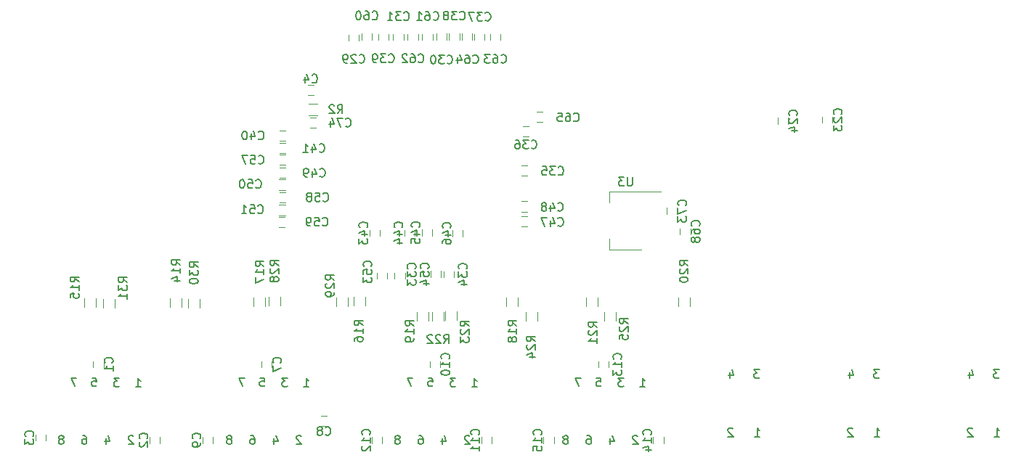
<source format=gbr>
G04 #@! TF.GenerationSoftware,KiCad,Pcbnew,(5.0.2)-1*
G04 #@! TF.CreationDate,2019-06-08T23:38:06+03:00*
G04 #@! TF.ProjectId,AVB switch with Can gateway,41564220-7377-4697-9463-682077697468,v01*
G04 #@! TF.SameCoordinates,Original*
G04 #@! TF.FileFunction,Legend,Bot*
G04 #@! TF.FilePolarity,Positive*
%FSLAX46Y46*%
G04 Gerber Fmt 4.6, Leading zero omitted, Abs format (unit mm)*
G04 Created by KiCad (PCBNEW (5.0.2)-1) date 6/8/2019 11:38:06 PM*
%MOMM*%
%LPD*%
G01*
G04 APERTURE LIST*
%ADD10C,0.120000*%
%ADD11C,0.150000*%
G04 APERTURE END LIST*
D10*
G04 #@! TO.C,R29*
X143352000Y-81540000D02*
X143352000Y-80540000D01*
X141992000Y-80540000D02*
X141992000Y-81540000D01*
G04 #@! TO.C,R22*
X151136000Y-82318000D02*
X151136000Y-83318000D01*
X152496000Y-83318000D02*
X152496000Y-82318000D01*
G04 #@! TO.C,R23*
X154020000Y-83234000D02*
X154020000Y-82234000D01*
X152660000Y-82234000D02*
X152660000Y-83234000D01*
G04 #@! TO.C,R24*
X162058000Y-82318000D02*
X162058000Y-83318000D01*
X163418000Y-83318000D02*
X163418000Y-82318000D01*
G04 #@! TO.C,R28*
X133446000Y-81540000D02*
X133446000Y-80540000D01*
X132086000Y-80540000D02*
X132086000Y-81540000D01*
G04 #@! TO.C,R30*
X122688000Y-80794000D02*
X122688000Y-81794000D01*
X124048000Y-81794000D02*
X124048000Y-80794000D01*
G04 #@! TO.C,R31*
X114142000Y-81794000D02*
X114142000Y-80794000D01*
X112782000Y-80794000D02*
X112782000Y-81794000D01*
G04 #@! TO.C,R25*
X171202000Y-82318000D02*
X171202000Y-83318000D01*
X172562000Y-83318000D02*
X172562000Y-82318000D01*
G04 #@! TO.C,C73*
X179690000Y-70870000D02*
X179690000Y-70170000D01*
X178490000Y-70170000D02*
X178490000Y-70870000D01*
G04 #@! TO.C,C68*
X180050000Y-72550000D02*
X180050000Y-73250000D01*
X181250000Y-73250000D02*
X181250000Y-72550000D01*
G04 #@! TO.C,R14*
X120600000Y-80730000D02*
X120600000Y-81730000D01*
X121960000Y-81730000D02*
X121960000Y-80730000D01*
G04 #@! TO.C,R21*
X170460000Y-81660000D02*
X170460000Y-80660000D01*
X169100000Y-80660000D02*
X169100000Y-81660000D01*
G04 #@! TO.C,R19*
X149358000Y-82318000D02*
X149358000Y-83318000D01*
X150718000Y-83318000D02*
X150718000Y-82318000D01*
G04 #@! TO.C,R20*
X181180000Y-81640000D02*
X181180000Y-80640000D01*
X179820000Y-80640000D02*
X179820000Y-81640000D01*
G04 #@! TO.C,R15*
X111910000Y-81740000D02*
X111910000Y-80740000D01*
X110550000Y-80740000D02*
X110550000Y-81740000D01*
G04 #@! TO.C,R16*
X140000000Y-80610000D02*
X140000000Y-81610000D01*
X141360000Y-81610000D02*
X141360000Y-80610000D01*
G04 #@! TO.C,R17*
X131680000Y-81610000D02*
X131680000Y-80610000D01*
X130320000Y-80610000D02*
X130320000Y-81610000D01*
G04 #@! TO.C,R18*
X159750000Y-80660000D02*
X159750000Y-81660000D01*
X161110000Y-81660000D02*
X161110000Y-80660000D01*
G04 #@! TO.C,C4*
X136622000Y-56988000D02*
X137322000Y-56988000D01*
X137322000Y-55788000D02*
X136622000Y-55788000D01*
G04 #@! TO.C,C74*
X136876000Y-60798000D02*
X137576000Y-60798000D01*
X137576000Y-59598000D02*
X136876000Y-59598000D01*
G04 #@! TO.C,C9*
X124370000Y-96910000D02*
X124370000Y-97610000D01*
X125570000Y-97610000D02*
X125570000Y-96910000D01*
G04 #@! TO.C,C14*
X176920000Y-96910000D02*
X176920000Y-97610000D01*
X178120000Y-97610000D02*
X178120000Y-96910000D01*
G04 #@! TO.C,C13*
X171700000Y-88760000D02*
X171700000Y-88060000D01*
X170500000Y-88060000D02*
X170500000Y-88760000D01*
G04 #@! TO.C,C1*
X112830000Y-88760000D02*
X112830000Y-88060000D01*
X111630000Y-88060000D02*
X111630000Y-88760000D01*
G04 #@! TO.C,C2*
X118190000Y-96910000D02*
X118190000Y-97610000D01*
X119390000Y-97610000D02*
X119390000Y-96910000D01*
G04 #@! TO.C,C3*
X104880000Y-96634999D02*
X104880000Y-97334999D01*
X106080000Y-97334999D02*
X106080000Y-96634999D01*
G04 #@! TO.C,C7*
X132453333Y-88760000D02*
X132453333Y-88060000D01*
X131253333Y-88060000D02*
X131253333Y-88760000D01*
G04 #@! TO.C,C8*
X138192000Y-95610000D02*
X138892000Y-95610000D01*
X138892000Y-94410000D02*
X138192000Y-94410000D01*
G04 #@! TO.C,C10*
X152076666Y-88760000D02*
X152076666Y-88060000D01*
X150876666Y-88060000D02*
X150876666Y-88760000D01*
G04 #@! TO.C,C11*
X156860000Y-96910000D02*
X156860000Y-97610000D01*
X158060000Y-97610000D02*
X158060000Y-96910000D01*
G04 #@! TO.C,C12*
X144130000Y-96910000D02*
X144130000Y-97610000D01*
X145330000Y-97610000D02*
X145330000Y-96910000D01*
G04 #@! TO.C,C15*
X164130000Y-96910000D02*
X164130000Y-97610000D01*
X165330000Y-97610000D02*
X165330000Y-96910000D01*
G04 #@! TO.C,C23*
X197820000Y-60230000D02*
X197820000Y-59530000D01*
X196620000Y-59530000D02*
X196620000Y-60230000D01*
G04 #@! TO.C,C24*
X192624000Y-60360000D02*
X192624000Y-59660000D01*
X191424000Y-59660000D02*
X191424000Y-60360000D01*
G04 #@! TO.C,C29*
X142600000Y-50650000D02*
X142600000Y-49950000D01*
X141400000Y-49950000D02*
X141400000Y-50650000D01*
G04 #@! TO.C,C30*
X152806000Y-50550000D02*
X152806000Y-49850000D01*
X151606000Y-49850000D02*
X151606000Y-50550000D01*
G04 #@! TO.C,C31*
X147796000Y-50560000D02*
X147796000Y-49860000D01*
X146596000Y-49860000D02*
X146596000Y-50560000D01*
G04 #@! TO.C,C33*
X146770000Y-77750000D02*
X146770000Y-78450000D01*
X147970000Y-78450000D02*
X147970000Y-77750000D01*
G04 #@! TO.C,C34*
X152470000Y-77590000D02*
X152470000Y-78290000D01*
X153670000Y-78290000D02*
X153670000Y-77590000D01*
G04 #@! TO.C,C35*
X161550000Y-66400000D02*
X162250000Y-66400000D01*
X162250000Y-65200000D02*
X161550000Y-65200000D01*
G04 #@! TO.C,C36*
X161690000Y-61860000D02*
X162390000Y-61860000D01*
X162390000Y-60660000D02*
X161690000Y-60660000D01*
G04 #@! TO.C,C37*
X157276000Y-50570000D02*
X157276000Y-49870000D01*
X156076000Y-49870000D02*
X156076000Y-50570000D01*
G04 #@! TO.C,C38*
X154316000Y-50540000D02*
X154316000Y-49840000D01*
X153116000Y-49840000D02*
X153116000Y-50540000D01*
G04 #@! TO.C,C39*
X146046000Y-50560000D02*
X146046000Y-49860000D01*
X144846000Y-49860000D02*
X144846000Y-50560000D01*
G04 #@! TO.C,C40*
X134020000Y-61120000D02*
X133320000Y-61120000D01*
X133320000Y-62320000D02*
X134020000Y-62320000D01*
G04 #@! TO.C,C41*
X134020000Y-62570000D02*
X133320000Y-62570000D01*
X133320000Y-63770000D02*
X134020000Y-63770000D01*
G04 #@! TO.C,C43*
X143820000Y-72740000D02*
X143820000Y-73440000D01*
X145020000Y-73440000D02*
X145020000Y-72740000D01*
G04 #@! TO.C,C44*
X147900000Y-72730000D02*
X147900000Y-73430000D01*
X149100000Y-73430000D02*
X149100000Y-72730000D01*
G04 #@! TO.C,C45*
X149920000Y-72700000D02*
X149920000Y-73400000D01*
X151120000Y-73400000D02*
X151120000Y-72700000D01*
G04 #@! TO.C,C46*
X153530000Y-72790000D02*
X153530000Y-73490000D01*
X154730000Y-73490000D02*
X154730000Y-72790000D01*
G04 #@! TO.C,C47*
X161550000Y-72325000D02*
X162250000Y-72325000D01*
X162250000Y-71125000D02*
X161550000Y-71125000D01*
G04 #@! TO.C,C48*
X161550000Y-70600000D02*
X162250000Y-70600000D01*
X162250000Y-69400000D02*
X161550000Y-69400000D01*
G04 #@! TO.C,C49*
X134020000Y-65440000D02*
X133320000Y-65440000D01*
X133320000Y-66640000D02*
X134020000Y-66640000D01*
G04 #@! TO.C,C50*
X134010000Y-66860000D02*
X133310000Y-66860000D01*
X133310000Y-68060000D02*
X134010000Y-68060000D01*
G04 #@! TO.C,C51*
X134000000Y-69820000D02*
X133300000Y-69820000D01*
X133300000Y-71020000D02*
X134000000Y-71020000D01*
G04 #@! TO.C,C53*
X144720000Y-77750000D02*
X144720000Y-78450000D01*
X145920000Y-78450000D02*
X145920000Y-77750000D01*
G04 #@! TO.C,C54*
X150960000Y-77530000D02*
X150960000Y-78230000D01*
X152160000Y-78230000D02*
X152160000Y-77530000D01*
G04 #@! TO.C,C57*
X134020000Y-63970000D02*
X133320000Y-63970000D01*
X133320000Y-65170000D02*
X134020000Y-65170000D01*
G04 #@! TO.C,C58*
X134020000Y-68320000D02*
X133320000Y-68320000D01*
X133320000Y-69520000D02*
X134020000Y-69520000D01*
G04 #@! TO.C,C59*
X133960000Y-71220000D02*
X133260000Y-71220000D01*
X133260000Y-72420000D02*
X133960000Y-72420000D01*
G04 #@! TO.C,C60*
X144126000Y-50550000D02*
X144126000Y-49850000D01*
X142926000Y-49850000D02*
X142926000Y-50550000D01*
G04 #@! TO.C,C61*
X151196000Y-50560000D02*
X151196000Y-49860000D01*
X149996000Y-49860000D02*
X149996000Y-50560000D01*
G04 #@! TO.C,C62*
X149496000Y-50560000D02*
X149496000Y-49860000D01*
X148296000Y-49860000D02*
X148296000Y-50560000D01*
G04 #@! TO.C,C63*
X159096000Y-50576000D02*
X159096000Y-49876000D01*
X157896000Y-49876000D02*
X157896000Y-50576000D01*
G04 #@! TO.C,C64*
X155806000Y-50550000D02*
X155806000Y-49850000D01*
X154606000Y-49850000D02*
X154606000Y-50550000D01*
G04 #@! TO.C,C65*
X163290000Y-60160000D02*
X163990000Y-60160000D01*
X163990000Y-58960000D02*
X163290000Y-58960000D01*
G04 #@! TO.C,R2*
X137750000Y-58020000D02*
X136750000Y-58020000D01*
X136750000Y-59380000D02*
X137750000Y-59380000D01*
G04 #@! TO.C,U3*
X171800000Y-75060000D02*
X171800000Y-73800000D01*
X171800000Y-68240000D02*
X171800000Y-69500000D01*
X175560000Y-75060000D02*
X171800000Y-75060000D01*
X177810000Y-68240000D02*
X171800000Y-68240000D01*
G04 #@! TO.C,R29*
D11*
X139732380Y-78597142D02*
X139256190Y-78263809D01*
X139732380Y-78025714D02*
X138732380Y-78025714D01*
X138732380Y-78406666D01*
X138780000Y-78501904D01*
X138827619Y-78549523D01*
X138922857Y-78597142D01*
X139065714Y-78597142D01*
X139160952Y-78549523D01*
X139208571Y-78501904D01*
X139256190Y-78406666D01*
X139256190Y-78025714D01*
X138827619Y-78978095D02*
X138780000Y-79025714D01*
X138732380Y-79120952D01*
X138732380Y-79359047D01*
X138780000Y-79454285D01*
X138827619Y-79501904D01*
X138922857Y-79549523D01*
X139018095Y-79549523D01*
X139160952Y-79501904D01*
X139732380Y-78930476D01*
X139732380Y-79549523D01*
X139732380Y-80025714D02*
X139732380Y-80216190D01*
X139684761Y-80311428D01*
X139637142Y-80359047D01*
X139494285Y-80454285D01*
X139303809Y-80501904D01*
X138922857Y-80501904D01*
X138827619Y-80454285D01*
X138780000Y-80406666D01*
X138732380Y-80311428D01*
X138732380Y-80120952D01*
X138780000Y-80025714D01*
X138827619Y-79978095D01*
X138922857Y-79930476D01*
X139160952Y-79930476D01*
X139256190Y-79978095D01*
X139303809Y-80025714D01*
X139351428Y-80120952D01*
X139351428Y-80311428D01*
X139303809Y-80406666D01*
X139256190Y-80454285D01*
X139160952Y-80501904D01*
G04 #@! TO.C,R22*
X152492857Y-85962380D02*
X152826190Y-85486190D01*
X153064285Y-85962380D02*
X153064285Y-84962380D01*
X152683333Y-84962380D01*
X152588095Y-85010000D01*
X152540476Y-85057619D01*
X152492857Y-85152857D01*
X152492857Y-85295714D01*
X152540476Y-85390952D01*
X152588095Y-85438571D01*
X152683333Y-85486190D01*
X153064285Y-85486190D01*
X152111904Y-85057619D02*
X152064285Y-85010000D01*
X151969047Y-84962380D01*
X151730952Y-84962380D01*
X151635714Y-85010000D01*
X151588095Y-85057619D01*
X151540476Y-85152857D01*
X151540476Y-85248095D01*
X151588095Y-85390952D01*
X152159523Y-85962380D01*
X151540476Y-85962380D01*
X151159523Y-85057619D02*
X151111904Y-85010000D01*
X151016666Y-84962380D01*
X150778571Y-84962380D01*
X150683333Y-85010000D01*
X150635714Y-85057619D01*
X150588095Y-85152857D01*
X150588095Y-85248095D01*
X150635714Y-85390952D01*
X151207142Y-85962380D01*
X150588095Y-85962380D01*
G04 #@! TO.C,R23*
X155422380Y-83957142D02*
X154946190Y-83623809D01*
X155422380Y-83385714D02*
X154422380Y-83385714D01*
X154422380Y-83766666D01*
X154470000Y-83861904D01*
X154517619Y-83909523D01*
X154612857Y-83957142D01*
X154755714Y-83957142D01*
X154850952Y-83909523D01*
X154898571Y-83861904D01*
X154946190Y-83766666D01*
X154946190Y-83385714D01*
X154517619Y-84338095D02*
X154470000Y-84385714D01*
X154422380Y-84480952D01*
X154422380Y-84719047D01*
X154470000Y-84814285D01*
X154517619Y-84861904D01*
X154612857Y-84909523D01*
X154708095Y-84909523D01*
X154850952Y-84861904D01*
X155422380Y-84290476D01*
X155422380Y-84909523D01*
X154422380Y-85242857D02*
X154422380Y-85861904D01*
X154803333Y-85528571D01*
X154803333Y-85671428D01*
X154850952Y-85766666D01*
X154898571Y-85814285D01*
X154993809Y-85861904D01*
X155231904Y-85861904D01*
X155327142Y-85814285D01*
X155374761Y-85766666D01*
X155422380Y-85671428D01*
X155422380Y-85385714D01*
X155374761Y-85290476D01*
X155327142Y-85242857D01*
G04 #@! TO.C,R24*
X163152380Y-85737142D02*
X162676190Y-85403809D01*
X163152380Y-85165714D02*
X162152380Y-85165714D01*
X162152380Y-85546666D01*
X162200000Y-85641904D01*
X162247619Y-85689523D01*
X162342857Y-85737142D01*
X162485714Y-85737142D01*
X162580952Y-85689523D01*
X162628571Y-85641904D01*
X162676190Y-85546666D01*
X162676190Y-85165714D01*
X162247619Y-86118095D02*
X162200000Y-86165714D01*
X162152380Y-86260952D01*
X162152380Y-86499047D01*
X162200000Y-86594285D01*
X162247619Y-86641904D01*
X162342857Y-86689523D01*
X162438095Y-86689523D01*
X162580952Y-86641904D01*
X163152380Y-86070476D01*
X163152380Y-86689523D01*
X162485714Y-87546666D02*
X163152380Y-87546666D01*
X162104761Y-87308571D02*
X162819047Y-87070476D01*
X162819047Y-87689523D01*
G04 #@! TO.C,R28*
X133242380Y-76867142D02*
X132766190Y-76533809D01*
X133242380Y-76295714D02*
X132242380Y-76295714D01*
X132242380Y-76676666D01*
X132290000Y-76771904D01*
X132337619Y-76819523D01*
X132432857Y-76867142D01*
X132575714Y-76867142D01*
X132670952Y-76819523D01*
X132718571Y-76771904D01*
X132766190Y-76676666D01*
X132766190Y-76295714D01*
X132337619Y-77248095D02*
X132290000Y-77295714D01*
X132242380Y-77390952D01*
X132242380Y-77629047D01*
X132290000Y-77724285D01*
X132337619Y-77771904D01*
X132432857Y-77819523D01*
X132528095Y-77819523D01*
X132670952Y-77771904D01*
X133242380Y-77200476D01*
X133242380Y-77819523D01*
X132670952Y-78390952D02*
X132623333Y-78295714D01*
X132575714Y-78248095D01*
X132480476Y-78200476D01*
X132432857Y-78200476D01*
X132337619Y-78248095D01*
X132290000Y-78295714D01*
X132242380Y-78390952D01*
X132242380Y-78581428D01*
X132290000Y-78676666D01*
X132337619Y-78724285D01*
X132432857Y-78771904D01*
X132480476Y-78771904D01*
X132575714Y-78724285D01*
X132623333Y-78676666D01*
X132670952Y-78581428D01*
X132670952Y-78390952D01*
X132718571Y-78295714D01*
X132766190Y-78248095D01*
X132861428Y-78200476D01*
X133051904Y-78200476D01*
X133147142Y-78248095D01*
X133194761Y-78295714D01*
X133242380Y-78390952D01*
X133242380Y-78581428D01*
X133194761Y-78676666D01*
X133147142Y-78724285D01*
X133051904Y-78771904D01*
X132861428Y-78771904D01*
X132766190Y-78724285D01*
X132718571Y-78676666D01*
X132670952Y-78581428D01*
G04 #@! TO.C,R30*
X123852380Y-77087142D02*
X123376190Y-76753809D01*
X123852380Y-76515714D02*
X122852380Y-76515714D01*
X122852380Y-76896666D01*
X122900000Y-76991904D01*
X122947619Y-77039523D01*
X123042857Y-77087142D01*
X123185714Y-77087142D01*
X123280952Y-77039523D01*
X123328571Y-76991904D01*
X123376190Y-76896666D01*
X123376190Y-76515714D01*
X122852380Y-77420476D02*
X122852380Y-78039523D01*
X123233333Y-77706190D01*
X123233333Y-77849047D01*
X123280952Y-77944285D01*
X123328571Y-77991904D01*
X123423809Y-78039523D01*
X123661904Y-78039523D01*
X123757142Y-77991904D01*
X123804761Y-77944285D01*
X123852380Y-77849047D01*
X123852380Y-77563333D01*
X123804761Y-77468095D01*
X123757142Y-77420476D01*
X122852380Y-78658571D02*
X122852380Y-78753809D01*
X122900000Y-78849047D01*
X122947619Y-78896666D01*
X123042857Y-78944285D01*
X123233333Y-78991904D01*
X123471428Y-78991904D01*
X123661904Y-78944285D01*
X123757142Y-78896666D01*
X123804761Y-78849047D01*
X123852380Y-78753809D01*
X123852380Y-78658571D01*
X123804761Y-78563333D01*
X123757142Y-78515714D01*
X123661904Y-78468095D01*
X123471428Y-78420476D01*
X123233333Y-78420476D01*
X123042857Y-78468095D01*
X122947619Y-78515714D01*
X122900000Y-78563333D01*
X122852380Y-78658571D01*
G04 #@! TO.C,R31*
X115592380Y-78867142D02*
X115116190Y-78533809D01*
X115592380Y-78295714D02*
X114592380Y-78295714D01*
X114592380Y-78676666D01*
X114640000Y-78771904D01*
X114687619Y-78819523D01*
X114782857Y-78867142D01*
X114925714Y-78867142D01*
X115020952Y-78819523D01*
X115068571Y-78771904D01*
X115116190Y-78676666D01*
X115116190Y-78295714D01*
X114592380Y-79200476D02*
X114592380Y-79819523D01*
X114973333Y-79486190D01*
X114973333Y-79629047D01*
X115020952Y-79724285D01*
X115068571Y-79771904D01*
X115163809Y-79819523D01*
X115401904Y-79819523D01*
X115497142Y-79771904D01*
X115544761Y-79724285D01*
X115592380Y-79629047D01*
X115592380Y-79343333D01*
X115544761Y-79248095D01*
X115497142Y-79200476D01*
X115592380Y-80771904D02*
X115592380Y-80200476D01*
X115592380Y-80486190D02*
X114592380Y-80486190D01*
X114735238Y-80390952D01*
X114830476Y-80295714D01*
X114878095Y-80200476D01*
G04 #@! TO.C,R25*
X173972380Y-83637142D02*
X173496190Y-83303809D01*
X173972380Y-83065714D02*
X172972380Y-83065714D01*
X172972380Y-83446666D01*
X173020000Y-83541904D01*
X173067619Y-83589523D01*
X173162857Y-83637142D01*
X173305714Y-83637142D01*
X173400952Y-83589523D01*
X173448571Y-83541904D01*
X173496190Y-83446666D01*
X173496190Y-83065714D01*
X173067619Y-84018095D02*
X173020000Y-84065714D01*
X172972380Y-84160952D01*
X172972380Y-84399047D01*
X173020000Y-84494285D01*
X173067619Y-84541904D01*
X173162857Y-84589523D01*
X173258095Y-84589523D01*
X173400952Y-84541904D01*
X173972380Y-83970476D01*
X173972380Y-84589523D01*
X172972380Y-85494285D02*
X172972380Y-85018095D01*
X173448571Y-84970476D01*
X173400952Y-85018095D01*
X173353333Y-85113333D01*
X173353333Y-85351428D01*
X173400952Y-85446666D01*
X173448571Y-85494285D01*
X173543809Y-85541904D01*
X173781904Y-85541904D01*
X173877142Y-85494285D01*
X173924761Y-85446666D01*
X173972380Y-85351428D01*
X173972380Y-85113333D01*
X173924761Y-85018095D01*
X173877142Y-84970476D01*
G04 #@! TO.C,C73*
X180697142Y-69877142D02*
X180744761Y-69829523D01*
X180792380Y-69686666D01*
X180792380Y-69591428D01*
X180744761Y-69448571D01*
X180649523Y-69353333D01*
X180554285Y-69305714D01*
X180363809Y-69258095D01*
X180220952Y-69258095D01*
X180030476Y-69305714D01*
X179935238Y-69353333D01*
X179840000Y-69448571D01*
X179792380Y-69591428D01*
X179792380Y-69686666D01*
X179840000Y-69829523D01*
X179887619Y-69877142D01*
X179792380Y-70210476D02*
X179792380Y-70877142D01*
X180792380Y-70448571D01*
X179792380Y-71162857D02*
X179792380Y-71781904D01*
X180173333Y-71448571D01*
X180173333Y-71591428D01*
X180220952Y-71686666D01*
X180268571Y-71734285D01*
X180363809Y-71781904D01*
X180601904Y-71781904D01*
X180697142Y-71734285D01*
X180744761Y-71686666D01*
X180792380Y-71591428D01*
X180792380Y-71305714D01*
X180744761Y-71210476D01*
X180697142Y-71162857D01*
G04 #@! TO.C,C68*
X182257142Y-72257142D02*
X182304761Y-72209523D01*
X182352380Y-72066666D01*
X182352380Y-71971428D01*
X182304761Y-71828571D01*
X182209523Y-71733333D01*
X182114285Y-71685714D01*
X181923809Y-71638095D01*
X181780952Y-71638095D01*
X181590476Y-71685714D01*
X181495238Y-71733333D01*
X181400000Y-71828571D01*
X181352380Y-71971428D01*
X181352380Y-72066666D01*
X181400000Y-72209523D01*
X181447619Y-72257142D01*
X181352380Y-73114285D02*
X181352380Y-72923809D01*
X181400000Y-72828571D01*
X181447619Y-72780952D01*
X181590476Y-72685714D01*
X181780952Y-72638095D01*
X182161904Y-72638095D01*
X182257142Y-72685714D01*
X182304761Y-72733333D01*
X182352380Y-72828571D01*
X182352380Y-73019047D01*
X182304761Y-73114285D01*
X182257142Y-73161904D01*
X182161904Y-73209523D01*
X181923809Y-73209523D01*
X181828571Y-73161904D01*
X181780952Y-73114285D01*
X181733333Y-73019047D01*
X181733333Y-72828571D01*
X181780952Y-72733333D01*
X181828571Y-72685714D01*
X181923809Y-72638095D01*
X181780952Y-73780952D02*
X181733333Y-73685714D01*
X181685714Y-73638095D01*
X181590476Y-73590476D01*
X181542857Y-73590476D01*
X181447619Y-73638095D01*
X181400000Y-73685714D01*
X181352380Y-73780952D01*
X181352380Y-73971428D01*
X181400000Y-74066666D01*
X181447619Y-74114285D01*
X181542857Y-74161904D01*
X181590476Y-74161904D01*
X181685714Y-74114285D01*
X181733333Y-74066666D01*
X181780952Y-73971428D01*
X181780952Y-73780952D01*
X181828571Y-73685714D01*
X181876190Y-73638095D01*
X181971428Y-73590476D01*
X182161904Y-73590476D01*
X182257142Y-73638095D01*
X182304761Y-73685714D01*
X182352380Y-73780952D01*
X182352380Y-73971428D01*
X182304761Y-74066666D01*
X182257142Y-74114285D01*
X182161904Y-74161904D01*
X181971428Y-74161904D01*
X181876190Y-74114285D01*
X181828571Y-74066666D01*
X181780952Y-73971428D01*
G04 #@! TO.C,R14*
X121782380Y-76837142D02*
X121306190Y-76503809D01*
X121782380Y-76265714D02*
X120782380Y-76265714D01*
X120782380Y-76646666D01*
X120830000Y-76741904D01*
X120877619Y-76789523D01*
X120972857Y-76837142D01*
X121115714Y-76837142D01*
X121210952Y-76789523D01*
X121258571Y-76741904D01*
X121306190Y-76646666D01*
X121306190Y-76265714D01*
X121782380Y-77789523D02*
X121782380Y-77218095D01*
X121782380Y-77503809D02*
X120782380Y-77503809D01*
X120925238Y-77408571D01*
X121020476Y-77313333D01*
X121068095Y-77218095D01*
X121115714Y-78646666D02*
X121782380Y-78646666D01*
X120734761Y-78408571D02*
X121449047Y-78170476D01*
X121449047Y-78789523D01*
G04 #@! TO.C,R21*
X170382380Y-84077142D02*
X169906190Y-83743809D01*
X170382380Y-83505714D02*
X169382380Y-83505714D01*
X169382380Y-83886666D01*
X169430000Y-83981904D01*
X169477619Y-84029523D01*
X169572857Y-84077142D01*
X169715714Y-84077142D01*
X169810952Y-84029523D01*
X169858571Y-83981904D01*
X169906190Y-83886666D01*
X169906190Y-83505714D01*
X169477619Y-84458095D02*
X169430000Y-84505714D01*
X169382380Y-84600952D01*
X169382380Y-84839047D01*
X169430000Y-84934285D01*
X169477619Y-84981904D01*
X169572857Y-85029523D01*
X169668095Y-85029523D01*
X169810952Y-84981904D01*
X170382380Y-84410476D01*
X170382380Y-85029523D01*
X170382380Y-85981904D02*
X170382380Y-85410476D01*
X170382380Y-85696190D02*
X169382380Y-85696190D01*
X169525238Y-85600952D01*
X169620476Y-85505714D01*
X169668095Y-85410476D01*
G04 #@! TO.C,R19*
X149002380Y-83907142D02*
X148526190Y-83573809D01*
X149002380Y-83335714D02*
X148002380Y-83335714D01*
X148002380Y-83716666D01*
X148050000Y-83811904D01*
X148097619Y-83859523D01*
X148192857Y-83907142D01*
X148335714Y-83907142D01*
X148430952Y-83859523D01*
X148478571Y-83811904D01*
X148526190Y-83716666D01*
X148526190Y-83335714D01*
X149002380Y-84859523D02*
X149002380Y-84288095D01*
X149002380Y-84573809D02*
X148002380Y-84573809D01*
X148145238Y-84478571D01*
X148240476Y-84383333D01*
X148288095Y-84288095D01*
X149002380Y-85335714D02*
X149002380Y-85526190D01*
X148954761Y-85621428D01*
X148907142Y-85669047D01*
X148764285Y-85764285D01*
X148573809Y-85811904D01*
X148192857Y-85811904D01*
X148097619Y-85764285D01*
X148050000Y-85716666D01*
X148002380Y-85621428D01*
X148002380Y-85430952D01*
X148050000Y-85335714D01*
X148097619Y-85288095D01*
X148192857Y-85240476D01*
X148430952Y-85240476D01*
X148526190Y-85288095D01*
X148573809Y-85335714D01*
X148621428Y-85430952D01*
X148621428Y-85621428D01*
X148573809Y-85716666D01*
X148526190Y-85764285D01*
X148430952Y-85811904D01*
G04 #@! TO.C,R20*
X180972380Y-76907142D02*
X180496190Y-76573809D01*
X180972380Y-76335714D02*
X179972380Y-76335714D01*
X179972380Y-76716666D01*
X180020000Y-76811904D01*
X180067619Y-76859523D01*
X180162857Y-76907142D01*
X180305714Y-76907142D01*
X180400952Y-76859523D01*
X180448571Y-76811904D01*
X180496190Y-76716666D01*
X180496190Y-76335714D01*
X180067619Y-77288095D02*
X180020000Y-77335714D01*
X179972380Y-77430952D01*
X179972380Y-77669047D01*
X180020000Y-77764285D01*
X180067619Y-77811904D01*
X180162857Y-77859523D01*
X180258095Y-77859523D01*
X180400952Y-77811904D01*
X180972380Y-77240476D01*
X180972380Y-77859523D01*
X179972380Y-78478571D02*
X179972380Y-78573809D01*
X180020000Y-78669047D01*
X180067619Y-78716666D01*
X180162857Y-78764285D01*
X180353333Y-78811904D01*
X180591428Y-78811904D01*
X180781904Y-78764285D01*
X180877142Y-78716666D01*
X180924761Y-78669047D01*
X180972380Y-78573809D01*
X180972380Y-78478571D01*
X180924761Y-78383333D01*
X180877142Y-78335714D01*
X180781904Y-78288095D01*
X180591428Y-78240476D01*
X180353333Y-78240476D01*
X180162857Y-78288095D01*
X180067619Y-78335714D01*
X180020000Y-78383333D01*
X179972380Y-78478571D01*
G04 #@! TO.C,R15*
X109962380Y-78797142D02*
X109486190Y-78463809D01*
X109962380Y-78225714D02*
X108962380Y-78225714D01*
X108962380Y-78606666D01*
X109010000Y-78701904D01*
X109057619Y-78749523D01*
X109152857Y-78797142D01*
X109295714Y-78797142D01*
X109390952Y-78749523D01*
X109438571Y-78701904D01*
X109486190Y-78606666D01*
X109486190Y-78225714D01*
X109962380Y-79749523D02*
X109962380Y-79178095D01*
X109962380Y-79463809D02*
X108962380Y-79463809D01*
X109105238Y-79368571D01*
X109200476Y-79273333D01*
X109248095Y-79178095D01*
X108962380Y-80654285D02*
X108962380Y-80178095D01*
X109438571Y-80130476D01*
X109390952Y-80178095D01*
X109343333Y-80273333D01*
X109343333Y-80511428D01*
X109390952Y-80606666D01*
X109438571Y-80654285D01*
X109533809Y-80701904D01*
X109771904Y-80701904D01*
X109867142Y-80654285D01*
X109914761Y-80606666D01*
X109962380Y-80511428D01*
X109962380Y-80273333D01*
X109914761Y-80178095D01*
X109867142Y-80130476D01*
G04 #@! TO.C,R16*
X143062380Y-83867142D02*
X142586190Y-83533809D01*
X143062380Y-83295714D02*
X142062380Y-83295714D01*
X142062380Y-83676666D01*
X142110000Y-83771904D01*
X142157619Y-83819523D01*
X142252857Y-83867142D01*
X142395714Y-83867142D01*
X142490952Y-83819523D01*
X142538571Y-83771904D01*
X142586190Y-83676666D01*
X142586190Y-83295714D01*
X143062380Y-84819523D02*
X143062380Y-84248095D01*
X143062380Y-84533809D02*
X142062380Y-84533809D01*
X142205238Y-84438571D01*
X142300476Y-84343333D01*
X142348095Y-84248095D01*
X142062380Y-85676666D02*
X142062380Y-85486190D01*
X142110000Y-85390952D01*
X142157619Y-85343333D01*
X142300476Y-85248095D01*
X142490952Y-85200476D01*
X142871904Y-85200476D01*
X142967142Y-85248095D01*
X143014761Y-85295714D01*
X143062380Y-85390952D01*
X143062380Y-85581428D01*
X143014761Y-85676666D01*
X142967142Y-85724285D01*
X142871904Y-85771904D01*
X142633809Y-85771904D01*
X142538571Y-85724285D01*
X142490952Y-85676666D01*
X142443333Y-85581428D01*
X142443333Y-85390952D01*
X142490952Y-85295714D01*
X142538571Y-85248095D01*
X142633809Y-85200476D01*
G04 #@! TO.C,R17*
X131532380Y-76967142D02*
X131056190Y-76633809D01*
X131532380Y-76395714D02*
X130532380Y-76395714D01*
X130532380Y-76776666D01*
X130580000Y-76871904D01*
X130627619Y-76919523D01*
X130722857Y-76967142D01*
X130865714Y-76967142D01*
X130960952Y-76919523D01*
X131008571Y-76871904D01*
X131056190Y-76776666D01*
X131056190Y-76395714D01*
X131532380Y-77919523D02*
X131532380Y-77348095D01*
X131532380Y-77633809D02*
X130532380Y-77633809D01*
X130675238Y-77538571D01*
X130770476Y-77443333D01*
X130818095Y-77348095D01*
X130532380Y-78252857D02*
X130532380Y-78919523D01*
X131532380Y-78490952D01*
G04 #@! TO.C,R18*
X160992380Y-83907142D02*
X160516190Y-83573809D01*
X160992380Y-83335714D02*
X159992380Y-83335714D01*
X159992380Y-83716666D01*
X160040000Y-83811904D01*
X160087619Y-83859523D01*
X160182857Y-83907142D01*
X160325714Y-83907142D01*
X160420952Y-83859523D01*
X160468571Y-83811904D01*
X160516190Y-83716666D01*
X160516190Y-83335714D01*
X160992380Y-84859523D02*
X160992380Y-84288095D01*
X160992380Y-84573809D02*
X159992380Y-84573809D01*
X160135238Y-84478571D01*
X160230476Y-84383333D01*
X160278095Y-84288095D01*
X160420952Y-85430952D02*
X160373333Y-85335714D01*
X160325714Y-85288095D01*
X160230476Y-85240476D01*
X160182857Y-85240476D01*
X160087619Y-85288095D01*
X160040000Y-85335714D01*
X159992380Y-85430952D01*
X159992380Y-85621428D01*
X160040000Y-85716666D01*
X160087619Y-85764285D01*
X160182857Y-85811904D01*
X160230476Y-85811904D01*
X160325714Y-85764285D01*
X160373333Y-85716666D01*
X160420952Y-85621428D01*
X160420952Y-85430952D01*
X160468571Y-85335714D01*
X160516190Y-85288095D01*
X160611428Y-85240476D01*
X160801904Y-85240476D01*
X160897142Y-85288095D01*
X160944761Y-85335714D01*
X160992380Y-85430952D01*
X160992380Y-85621428D01*
X160944761Y-85716666D01*
X160897142Y-85764285D01*
X160801904Y-85811904D01*
X160611428Y-85811904D01*
X160516190Y-85764285D01*
X160468571Y-85716666D01*
X160420952Y-85621428D01*
G04 #@! TO.C,C4*
X137138666Y-55495142D02*
X137186285Y-55542761D01*
X137329142Y-55590380D01*
X137424380Y-55590380D01*
X137567238Y-55542761D01*
X137662476Y-55447523D01*
X137710095Y-55352285D01*
X137757714Y-55161809D01*
X137757714Y-55018952D01*
X137710095Y-54828476D01*
X137662476Y-54733238D01*
X137567238Y-54638000D01*
X137424380Y-54590380D01*
X137329142Y-54590380D01*
X137186285Y-54638000D01*
X137138666Y-54685619D01*
X136281523Y-54923714D02*
X136281523Y-55590380D01*
X136519619Y-54542761D02*
X136757714Y-55257047D01*
X136138666Y-55257047D01*
G04 #@! TO.C,J8*
X175386260Y-91041312D02*
X175957689Y-91041312D01*
X175671975Y-91041312D02*
X175671975Y-90041312D01*
X175767213Y-90184170D01*
X175862451Y-90279408D01*
X175957689Y-90327027D01*
X175095714Y-96827619D02*
X175048095Y-96780000D01*
X174952857Y-96732380D01*
X174714761Y-96732380D01*
X174619523Y-96780000D01*
X174571904Y-96827619D01*
X174524285Y-96922857D01*
X174524285Y-97018095D01*
X174571904Y-97160952D01*
X175143333Y-97732380D01*
X174524285Y-97732380D01*
X173475308Y-90021312D02*
X172856260Y-90021312D01*
X173189594Y-90402265D01*
X173046736Y-90402265D01*
X172951498Y-90449884D01*
X172903879Y-90497503D01*
X172856260Y-90592741D01*
X172856260Y-90830836D01*
X172903879Y-90926074D01*
X172951498Y-90973693D01*
X173046736Y-91021312D01*
X173332451Y-91021312D01*
X173427689Y-90973693D01*
X173475308Y-90926074D01*
X171916190Y-97065714D02*
X171916190Y-97732380D01*
X172154286Y-96684761D02*
X172392381Y-97399047D01*
X171773333Y-97399047D01*
X170283879Y-89991312D02*
X170760070Y-89991312D01*
X170807689Y-90467503D01*
X170760070Y-90419884D01*
X170664832Y-90372265D01*
X170426736Y-90372265D01*
X170331498Y-90419884D01*
X170283879Y-90467503D01*
X170236260Y-90562741D01*
X170236260Y-90800836D01*
X170283879Y-90896074D01*
X170331498Y-90943693D01*
X170426736Y-90991312D01*
X170664832Y-90991312D01*
X170760070Y-90943693D01*
X170807689Y-90896074D01*
X169212857Y-96732380D02*
X169403334Y-96732380D01*
X169498572Y-96780000D01*
X169546191Y-96827619D01*
X169641429Y-96970476D01*
X169689048Y-97160952D01*
X169689048Y-97541904D01*
X169641429Y-97637142D01*
X169593810Y-97684761D01*
X169498572Y-97732380D01*
X169308095Y-97732380D01*
X169212857Y-97684761D01*
X169165238Y-97637142D01*
X169117619Y-97541904D01*
X169117619Y-97303809D01*
X169165238Y-97208571D01*
X169212857Y-97160952D01*
X169308095Y-97113333D01*
X169498572Y-97113333D01*
X169593810Y-97160952D01*
X169641429Y-97208571D01*
X169689048Y-97303809D01*
X168495308Y-89991312D02*
X167828641Y-89991312D01*
X168257213Y-90991312D01*
X166795238Y-97160952D02*
X166890476Y-97113333D01*
X166938095Y-97065714D01*
X166985714Y-96970476D01*
X166985714Y-96922857D01*
X166938095Y-96827619D01*
X166890476Y-96780000D01*
X166795238Y-96732380D01*
X166604761Y-96732380D01*
X166509523Y-96780000D01*
X166461904Y-96827619D01*
X166414285Y-96922857D01*
X166414285Y-96970476D01*
X166461904Y-97065714D01*
X166509523Y-97113333D01*
X166604761Y-97160952D01*
X166795238Y-97160952D01*
X166890476Y-97208571D01*
X166938095Y-97256190D01*
X166985714Y-97351428D01*
X166985714Y-97541904D01*
X166938095Y-97637142D01*
X166890476Y-97684761D01*
X166795238Y-97732380D01*
X166604761Y-97732380D01*
X166509523Y-97684761D01*
X166461904Y-97637142D01*
X166414285Y-97541904D01*
X166414285Y-97351428D01*
X166461904Y-97256190D01*
X166509523Y-97208571D01*
X166604761Y-97160952D01*
G04 #@! TO.C,C74*
X141064417Y-60607242D02*
X141112036Y-60654861D01*
X141254893Y-60702480D01*
X141350131Y-60702480D01*
X141492988Y-60654861D01*
X141588226Y-60559623D01*
X141635845Y-60464385D01*
X141683464Y-60273909D01*
X141683464Y-60131052D01*
X141635845Y-59940576D01*
X141588226Y-59845338D01*
X141492988Y-59750100D01*
X141350131Y-59702480D01*
X141254893Y-59702480D01*
X141112036Y-59750100D01*
X141064417Y-59797719D01*
X140731083Y-59702480D02*
X140064417Y-59702480D01*
X140492988Y-60702480D01*
X139254893Y-60035814D02*
X139254893Y-60702480D01*
X139492988Y-59654861D02*
X139731083Y-60369147D01*
X139112036Y-60369147D01*
G04 #@! TO.C,J7*
X155782926Y-91041312D02*
X156354355Y-91041312D01*
X156068641Y-91041312D02*
X156068641Y-90041312D01*
X156163879Y-90184170D01*
X156259117Y-90279408D01*
X156354355Y-90327027D01*
X155492380Y-96827619D02*
X155444761Y-96780000D01*
X155349523Y-96732380D01*
X155111427Y-96732380D01*
X155016189Y-96780000D01*
X154968570Y-96827619D01*
X154920951Y-96922857D01*
X154920951Y-97018095D01*
X154968570Y-97160952D01*
X155539999Y-97732380D01*
X154920951Y-97732380D01*
X153871974Y-90021312D02*
X153252926Y-90021312D01*
X153586260Y-90402265D01*
X153443402Y-90402265D01*
X153348164Y-90449884D01*
X153300545Y-90497503D01*
X153252926Y-90592741D01*
X153252926Y-90830836D01*
X153300545Y-90926074D01*
X153348164Y-90973693D01*
X153443402Y-91021312D01*
X153729117Y-91021312D01*
X153824355Y-90973693D01*
X153871974Y-90926074D01*
X152312856Y-97065714D02*
X152312856Y-97732380D01*
X152550952Y-96684761D02*
X152789047Y-97399047D01*
X152169999Y-97399047D01*
X150680545Y-89991312D02*
X151156736Y-89991312D01*
X151204355Y-90467503D01*
X151156736Y-90419884D01*
X151061498Y-90372265D01*
X150823402Y-90372265D01*
X150728164Y-90419884D01*
X150680545Y-90467503D01*
X150632926Y-90562741D01*
X150632926Y-90800836D01*
X150680545Y-90896074D01*
X150728164Y-90943693D01*
X150823402Y-90991312D01*
X151061498Y-90991312D01*
X151156736Y-90943693D01*
X151204355Y-90896074D01*
X149609523Y-96732380D02*
X149800000Y-96732380D01*
X149895238Y-96780000D01*
X149942857Y-96827619D01*
X150038095Y-96970476D01*
X150085714Y-97160952D01*
X150085714Y-97541904D01*
X150038095Y-97637142D01*
X149990476Y-97684761D01*
X149895238Y-97732380D01*
X149704761Y-97732380D01*
X149609523Y-97684761D01*
X149561904Y-97637142D01*
X149514285Y-97541904D01*
X149514285Y-97303809D01*
X149561904Y-97208571D01*
X149609523Y-97160952D01*
X149704761Y-97113333D01*
X149895238Y-97113333D01*
X149990476Y-97160952D01*
X150038095Y-97208571D01*
X150085714Y-97303809D01*
X148891974Y-89991312D02*
X148225307Y-89991312D01*
X148653879Y-90991312D01*
X147191904Y-97160952D02*
X147287142Y-97113333D01*
X147334761Y-97065714D01*
X147382380Y-96970476D01*
X147382380Y-96922857D01*
X147334761Y-96827619D01*
X147287142Y-96780000D01*
X147191904Y-96732380D01*
X147001427Y-96732380D01*
X146906189Y-96780000D01*
X146858570Y-96827619D01*
X146810951Y-96922857D01*
X146810951Y-96970476D01*
X146858570Y-97065714D01*
X146906189Y-97113333D01*
X147001427Y-97160952D01*
X147191904Y-97160952D01*
X147287142Y-97208571D01*
X147334761Y-97256190D01*
X147382380Y-97351428D01*
X147382380Y-97541904D01*
X147334761Y-97637142D01*
X147287142Y-97684761D01*
X147191904Y-97732380D01*
X147001427Y-97732380D01*
X146906189Y-97684761D01*
X146858570Y-97637142D01*
X146810951Y-97541904D01*
X146810951Y-97351428D01*
X146858570Y-97256190D01*
X146906189Y-97208571D01*
X147001427Y-97160952D01*
G04 #@! TO.C,C9*
X124077142Y-97093333D02*
X124124761Y-97045714D01*
X124172380Y-96902857D01*
X124172380Y-96807619D01*
X124124761Y-96664761D01*
X124029523Y-96569523D01*
X123934285Y-96521904D01*
X123743809Y-96474285D01*
X123600952Y-96474285D01*
X123410476Y-96521904D01*
X123315238Y-96569523D01*
X123220000Y-96664761D01*
X123172380Y-96807619D01*
X123172380Y-96902857D01*
X123220000Y-97045714D01*
X123267619Y-97093333D01*
X124172380Y-97569523D02*
X124172380Y-97760000D01*
X124124761Y-97855238D01*
X124077142Y-97902857D01*
X123934285Y-97998095D01*
X123743809Y-98045714D01*
X123362857Y-98045714D01*
X123267619Y-97998095D01*
X123220000Y-97950476D01*
X123172380Y-97855238D01*
X123172380Y-97664761D01*
X123220000Y-97569523D01*
X123267619Y-97521904D01*
X123362857Y-97474285D01*
X123600952Y-97474285D01*
X123696190Y-97521904D01*
X123743809Y-97569523D01*
X123791428Y-97664761D01*
X123791428Y-97855238D01*
X123743809Y-97950476D01*
X123696190Y-97998095D01*
X123600952Y-98045714D01*
G04 #@! TO.C,C14*
X176627142Y-96617142D02*
X176674761Y-96569523D01*
X176722380Y-96426666D01*
X176722380Y-96331428D01*
X176674761Y-96188571D01*
X176579523Y-96093333D01*
X176484285Y-96045714D01*
X176293809Y-95998095D01*
X176150952Y-95998095D01*
X175960476Y-96045714D01*
X175865238Y-96093333D01*
X175770000Y-96188571D01*
X175722380Y-96331428D01*
X175722380Y-96426666D01*
X175770000Y-96569523D01*
X175817619Y-96617142D01*
X176722380Y-97569523D02*
X176722380Y-96998095D01*
X176722380Y-97283809D02*
X175722380Y-97283809D01*
X175865238Y-97188571D01*
X175960476Y-97093333D01*
X176008095Y-96998095D01*
X176055714Y-98426666D02*
X176722380Y-98426666D01*
X175674761Y-98188571D02*
X176389047Y-97950476D01*
X176389047Y-98569523D01*
G04 #@! TO.C,C13*
X173127142Y-87787142D02*
X173174761Y-87739523D01*
X173222380Y-87596666D01*
X173222380Y-87501428D01*
X173174761Y-87358571D01*
X173079523Y-87263333D01*
X172984285Y-87215714D01*
X172793809Y-87168095D01*
X172650952Y-87168095D01*
X172460476Y-87215714D01*
X172365238Y-87263333D01*
X172270000Y-87358571D01*
X172222380Y-87501428D01*
X172222380Y-87596666D01*
X172270000Y-87739523D01*
X172317619Y-87787142D01*
X173222380Y-88739523D02*
X173222380Y-88168095D01*
X173222380Y-88453809D02*
X172222380Y-88453809D01*
X172365238Y-88358571D01*
X172460476Y-88263333D01*
X172508095Y-88168095D01*
X172222380Y-89072857D02*
X172222380Y-89691904D01*
X172603333Y-89358571D01*
X172603333Y-89501428D01*
X172650952Y-89596666D01*
X172698571Y-89644285D01*
X172793809Y-89691904D01*
X173031904Y-89691904D01*
X173127142Y-89644285D01*
X173174761Y-89596666D01*
X173222380Y-89501428D01*
X173222380Y-89215714D01*
X173174761Y-89120476D01*
X173127142Y-89072857D01*
G04 #@! TO.C,J6*
X136179593Y-91041312D02*
X136751022Y-91041312D01*
X136465308Y-91041312D02*
X136465308Y-90041312D01*
X136560546Y-90184170D01*
X136655784Y-90279408D01*
X136751022Y-90327027D01*
X135889047Y-96827619D02*
X135841428Y-96780000D01*
X135746190Y-96732380D01*
X135508094Y-96732380D01*
X135412856Y-96780000D01*
X135365237Y-96827619D01*
X135317618Y-96922857D01*
X135317618Y-97018095D01*
X135365237Y-97160952D01*
X135936666Y-97732380D01*
X135317618Y-97732380D01*
X134268641Y-90021312D02*
X133649593Y-90021312D01*
X133982927Y-90402265D01*
X133840069Y-90402265D01*
X133744831Y-90449884D01*
X133697212Y-90497503D01*
X133649593Y-90592741D01*
X133649593Y-90830836D01*
X133697212Y-90926074D01*
X133744831Y-90973693D01*
X133840069Y-91021312D01*
X134125784Y-91021312D01*
X134221022Y-90973693D01*
X134268641Y-90926074D01*
X132709523Y-97065714D02*
X132709523Y-97732380D01*
X132947619Y-96684761D02*
X133185714Y-97399047D01*
X132566666Y-97399047D01*
X131077212Y-89991312D02*
X131553403Y-89991312D01*
X131601022Y-90467503D01*
X131553403Y-90419884D01*
X131458165Y-90372265D01*
X131220069Y-90372265D01*
X131124831Y-90419884D01*
X131077212Y-90467503D01*
X131029593Y-90562741D01*
X131029593Y-90800836D01*
X131077212Y-90896074D01*
X131124831Y-90943693D01*
X131220069Y-90991312D01*
X131458165Y-90991312D01*
X131553403Y-90943693D01*
X131601022Y-90896074D01*
X130006190Y-96732380D02*
X130196667Y-96732380D01*
X130291905Y-96780000D01*
X130339524Y-96827619D01*
X130434762Y-96970476D01*
X130482381Y-97160952D01*
X130482381Y-97541904D01*
X130434762Y-97637142D01*
X130387143Y-97684761D01*
X130291905Y-97732380D01*
X130101428Y-97732380D01*
X130006190Y-97684761D01*
X129958571Y-97637142D01*
X129910952Y-97541904D01*
X129910952Y-97303809D01*
X129958571Y-97208571D01*
X130006190Y-97160952D01*
X130101428Y-97113333D01*
X130291905Y-97113333D01*
X130387143Y-97160952D01*
X130434762Y-97208571D01*
X130482381Y-97303809D01*
X129288641Y-89991312D02*
X128621974Y-89991312D01*
X129050546Y-90991312D01*
X127588571Y-97160952D02*
X127683809Y-97113333D01*
X127731428Y-97065714D01*
X127779047Y-96970476D01*
X127779047Y-96922857D01*
X127731428Y-96827619D01*
X127683809Y-96780000D01*
X127588571Y-96732380D01*
X127398094Y-96732380D01*
X127302856Y-96780000D01*
X127255237Y-96827619D01*
X127207618Y-96922857D01*
X127207618Y-96970476D01*
X127255237Y-97065714D01*
X127302856Y-97113333D01*
X127398094Y-97160952D01*
X127588571Y-97160952D01*
X127683809Y-97208571D01*
X127731428Y-97256190D01*
X127779047Y-97351428D01*
X127779047Y-97541904D01*
X127731428Y-97637142D01*
X127683809Y-97684761D01*
X127588571Y-97732380D01*
X127398094Y-97732380D01*
X127302856Y-97684761D01*
X127255237Y-97637142D01*
X127207618Y-97541904D01*
X127207618Y-97351428D01*
X127255237Y-97256190D01*
X127302856Y-97208571D01*
X127398094Y-97160952D01*
G04 #@! TO.C,J4*
X116576260Y-91041312D02*
X117147689Y-91041312D01*
X116861975Y-91041312D02*
X116861975Y-90041312D01*
X116957213Y-90184170D01*
X117052451Y-90279408D01*
X117147689Y-90327027D01*
X116285714Y-96827619D02*
X116238095Y-96780000D01*
X116142857Y-96732380D01*
X115904761Y-96732380D01*
X115809523Y-96780000D01*
X115761904Y-96827619D01*
X115714285Y-96922857D01*
X115714285Y-97018095D01*
X115761904Y-97160952D01*
X116333333Y-97732380D01*
X115714285Y-97732380D01*
X114665308Y-90021312D02*
X114046260Y-90021312D01*
X114379594Y-90402265D01*
X114236736Y-90402265D01*
X114141498Y-90449884D01*
X114093879Y-90497503D01*
X114046260Y-90592741D01*
X114046260Y-90830836D01*
X114093879Y-90926074D01*
X114141498Y-90973693D01*
X114236736Y-91021312D01*
X114522451Y-91021312D01*
X114617689Y-90973693D01*
X114665308Y-90926074D01*
X113106190Y-97065714D02*
X113106190Y-97732380D01*
X113344286Y-96684761D02*
X113582381Y-97399047D01*
X112963333Y-97399047D01*
X111473879Y-89991312D02*
X111950070Y-89991312D01*
X111997689Y-90467503D01*
X111950070Y-90419884D01*
X111854832Y-90372265D01*
X111616736Y-90372265D01*
X111521498Y-90419884D01*
X111473879Y-90467503D01*
X111426260Y-90562741D01*
X111426260Y-90800836D01*
X111473879Y-90896074D01*
X111521498Y-90943693D01*
X111616736Y-90991312D01*
X111854832Y-90991312D01*
X111950070Y-90943693D01*
X111997689Y-90896074D01*
X110402857Y-96732380D02*
X110593334Y-96732380D01*
X110688572Y-96780000D01*
X110736191Y-96827619D01*
X110831429Y-96970476D01*
X110879048Y-97160952D01*
X110879048Y-97541904D01*
X110831429Y-97637142D01*
X110783810Y-97684761D01*
X110688572Y-97732380D01*
X110498095Y-97732380D01*
X110402857Y-97684761D01*
X110355238Y-97637142D01*
X110307619Y-97541904D01*
X110307619Y-97303809D01*
X110355238Y-97208571D01*
X110402857Y-97160952D01*
X110498095Y-97113333D01*
X110688572Y-97113333D01*
X110783810Y-97160952D01*
X110831429Y-97208571D01*
X110879048Y-97303809D01*
X109685308Y-89991312D02*
X109018641Y-89991312D01*
X109447213Y-90991312D01*
X107985238Y-97160952D02*
X108080476Y-97113333D01*
X108128095Y-97065714D01*
X108175714Y-96970476D01*
X108175714Y-96922857D01*
X108128095Y-96827619D01*
X108080476Y-96780000D01*
X107985238Y-96732380D01*
X107794761Y-96732380D01*
X107699523Y-96780000D01*
X107651904Y-96827619D01*
X107604285Y-96922857D01*
X107604285Y-96970476D01*
X107651904Y-97065714D01*
X107699523Y-97113333D01*
X107794761Y-97160952D01*
X107985238Y-97160952D01*
X108080476Y-97208571D01*
X108128095Y-97256190D01*
X108175714Y-97351428D01*
X108175714Y-97541904D01*
X108128095Y-97637142D01*
X108080476Y-97684761D01*
X107985238Y-97732380D01*
X107794761Y-97732380D01*
X107699523Y-97684761D01*
X107651904Y-97637142D01*
X107604285Y-97541904D01*
X107604285Y-97351428D01*
X107651904Y-97256190D01*
X107699523Y-97208571D01*
X107794761Y-97160952D01*
G04 #@! TO.C,C1*
X113837142Y-88243333D02*
X113884761Y-88195714D01*
X113932380Y-88052857D01*
X113932380Y-87957619D01*
X113884761Y-87814761D01*
X113789523Y-87719523D01*
X113694285Y-87671904D01*
X113503809Y-87624285D01*
X113360952Y-87624285D01*
X113170476Y-87671904D01*
X113075238Y-87719523D01*
X112980000Y-87814761D01*
X112932380Y-87957619D01*
X112932380Y-88052857D01*
X112980000Y-88195714D01*
X113027619Y-88243333D01*
X113932380Y-89195714D02*
X113932380Y-88624285D01*
X113932380Y-88910000D02*
X112932380Y-88910000D01*
X113075238Y-88814761D01*
X113170476Y-88719523D01*
X113218095Y-88624285D01*
G04 #@! TO.C,C2*
X117897142Y-97093333D02*
X117944761Y-97045714D01*
X117992380Y-96902857D01*
X117992380Y-96807619D01*
X117944761Y-96664761D01*
X117849523Y-96569523D01*
X117754285Y-96521904D01*
X117563809Y-96474285D01*
X117420952Y-96474285D01*
X117230476Y-96521904D01*
X117135238Y-96569523D01*
X117040000Y-96664761D01*
X116992380Y-96807619D01*
X116992380Y-96902857D01*
X117040000Y-97045714D01*
X117087619Y-97093333D01*
X117087619Y-97474285D02*
X117040000Y-97521904D01*
X116992380Y-97617142D01*
X116992380Y-97855238D01*
X117040000Y-97950476D01*
X117087619Y-97998095D01*
X117182857Y-98045714D01*
X117278095Y-98045714D01*
X117420952Y-97998095D01*
X117992380Y-97426666D01*
X117992380Y-98045714D01*
G04 #@! TO.C,C3*
X104587142Y-96818332D02*
X104634761Y-96770713D01*
X104682380Y-96627856D01*
X104682380Y-96532618D01*
X104634761Y-96389760D01*
X104539523Y-96294522D01*
X104444285Y-96246903D01*
X104253809Y-96199284D01*
X104110952Y-96199284D01*
X103920476Y-96246903D01*
X103825238Y-96294522D01*
X103730000Y-96389760D01*
X103682380Y-96532618D01*
X103682380Y-96627856D01*
X103730000Y-96770713D01*
X103777619Y-96818332D01*
X103682380Y-97151665D02*
X103682380Y-97770713D01*
X104063333Y-97437379D01*
X104063333Y-97580237D01*
X104110952Y-97675475D01*
X104158571Y-97723094D01*
X104253809Y-97770713D01*
X104491904Y-97770713D01*
X104587142Y-97723094D01*
X104634761Y-97675475D01*
X104682380Y-97580237D01*
X104682380Y-97294522D01*
X104634761Y-97199284D01*
X104587142Y-97151665D01*
G04 #@! TO.C,C7*
X133460475Y-88243333D02*
X133508094Y-88195714D01*
X133555713Y-88052857D01*
X133555713Y-87957619D01*
X133508094Y-87814761D01*
X133412856Y-87719523D01*
X133317618Y-87671904D01*
X133127142Y-87624285D01*
X132984285Y-87624285D01*
X132793809Y-87671904D01*
X132698571Y-87719523D01*
X132603333Y-87814761D01*
X132555713Y-87957619D01*
X132555713Y-88052857D01*
X132603333Y-88195714D01*
X132650952Y-88243333D01*
X132555713Y-88576666D02*
X132555713Y-89243333D01*
X133555713Y-88814761D01*
G04 #@! TO.C,C8*
X138708666Y-96617142D02*
X138756285Y-96664761D01*
X138899142Y-96712380D01*
X138994380Y-96712380D01*
X139137238Y-96664761D01*
X139232476Y-96569523D01*
X139280095Y-96474285D01*
X139327714Y-96283809D01*
X139327714Y-96140952D01*
X139280095Y-95950476D01*
X139232476Y-95855238D01*
X139137238Y-95760000D01*
X138994380Y-95712380D01*
X138899142Y-95712380D01*
X138756285Y-95760000D01*
X138708666Y-95807619D01*
X138137238Y-96140952D02*
X138232476Y-96093333D01*
X138280095Y-96045714D01*
X138327714Y-95950476D01*
X138327714Y-95902857D01*
X138280095Y-95807619D01*
X138232476Y-95760000D01*
X138137238Y-95712380D01*
X137946761Y-95712380D01*
X137851523Y-95760000D01*
X137803904Y-95807619D01*
X137756285Y-95902857D01*
X137756285Y-95950476D01*
X137803904Y-96045714D01*
X137851523Y-96093333D01*
X137946761Y-96140952D01*
X138137238Y-96140952D01*
X138232476Y-96188571D01*
X138280095Y-96236190D01*
X138327714Y-96331428D01*
X138327714Y-96521904D01*
X138280095Y-96617142D01*
X138232476Y-96664761D01*
X138137238Y-96712380D01*
X137946761Y-96712380D01*
X137851523Y-96664761D01*
X137803904Y-96617142D01*
X137756285Y-96521904D01*
X137756285Y-96331428D01*
X137803904Y-96236190D01*
X137851523Y-96188571D01*
X137946761Y-96140952D01*
G04 #@! TO.C,C10*
X153083808Y-87767142D02*
X153131427Y-87719523D01*
X153179046Y-87576666D01*
X153179046Y-87481428D01*
X153131427Y-87338571D01*
X153036189Y-87243333D01*
X152940951Y-87195714D01*
X152750475Y-87148095D01*
X152607618Y-87148095D01*
X152417142Y-87195714D01*
X152321904Y-87243333D01*
X152226666Y-87338571D01*
X152179046Y-87481428D01*
X152179046Y-87576666D01*
X152226666Y-87719523D01*
X152274285Y-87767142D01*
X153179046Y-88719523D02*
X153179046Y-88148095D01*
X153179046Y-88433809D02*
X152179046Y-88433809D01*
X152321904Y-88338571D01*
X152417142Y-88243333D01*
X152464761Y-88148095D01*
X152179046Y-89338571D02*
X152179046Y-89433809D01*
X152226666Y-89529047D01*
X152274285Y-89576666D01*
X152369523Y-89624285D01*
X152559999Y-89671904D01*
X152798094Y-89671904D01*
X152988570Y-89624285D01*
X153083808Y-89576666D01*
X153131427Y-89529047D01*
X153179046Y-89433809D01*
X153179046Y-89338571D01*
X153131427Y-89243333D01*
X153083808Y-89195714D01*
X152988570Y-89148095D01*
X152798094Y-89100476D01*
X152559999Y-89100476D01*
X152369523Y-89148095D01*
X152274285Y-89195714D01*
X152226666Y-89243333D01*
X152179046Y-89338571D01*
G04 #@! TO.C,C11*
X156567142Y-96617142D02*
X156614761Y-96569523D01*
X156662380Y-96426666D01*
X156662380Y-96331428D01*
X156614761Y-96188571D01*
X156519523Y-96093333D01*
X156424285Y-96045714D01*
X156233809Y-95998095D01*
X156090952Y-95998095D01*
X155900476Y-96045714D01*
X155805238Y-96093333D01*
X155710000Y-96188571D01*
X155662380Y-96331428D01*
X155662380Y-96426666D01*
X155710000Y-96569523D01*
X155757619Y-96617142D01*
X156662380Y-97569523D02*
X156662380Y-96998095D01*
X156662380Y-97283809D02*
X155662380Y-97283809D01*
X155805238Y-97188571D01*
X155900476Y-97093333D01*
X155948095Y-96998095D01*
X156662380Y-98521904D02*
X156662380Y-97950476D01*
X156662380Y-98236190D02*
X155662380Y-98236190D01*
X155805238Y-98140952D01*
X155900476Y-98045714D01*
X155948095Y-97950476D01*
G04 #@! TO.C,C12*
X143837142Y-96617142D02*
X143884761Y-96569523D01*
X143932380Y-96426666D01*
X143932380Y-96331428D01*
X143884761Y-96188571D01*
X143789523Y-96093333D01*
X143694285Y-96045714D01*
X143503809Y-95998095D01*
X143360952Y-95998095D01*
X143170476Y-96045714D01*
X143075238Y-96093333D01*
X142980000Y-96188571D01*
X142932380Y-96331428D01*
X142932380Y-96426666D01*
X142980000Y-96569523D01*
X143027619Y-96617142D01*
X143932380Y-97569523D02*
X143932380Y-96998095D01*
X143932380Y-97283809D02*
X142932380Y-97283809D01*
X143075238Y-97188571D01*
X143170476Y-97093333D01*
X143218095Y-96998095D01*
X143027619Y-97950476D02*
X142980000Y-97998095D01*
X142932380Y-98093333D01*
X142932380Y-98331428D01*
X142980000Y-98426666D01*
X143027619Y-98474285D01*
X143122857Y-98521904D01*
X143218095Y-98521904D01*
X143360952Y-98474285D01*
X143932380Y-97902857D01*
X143932380Y-98521904D01*
G04 #@! TO.C,C15*
X163837142Y-96617142D02*
X163884761Y-96569523D01*
X163932380Y-96426666D01*
X163932380Y-96331428D01*
X163884761Y-96188571D01*
X163789523Y-96093333D01*
X163694285Y-96045714D01*
X163503809Y-95998095D01*
X163360952Y-95998095D01*
X163170476Y-96045714D01*
X163075238Y-96093333D01*
X162980000Y-96188571D01*
X162932380Y-96331428D01*
X162932380Y-96426666D01*
X162980000Y-96569523D01*
X163027619Y-96617142D01*
X163932380Y-97569523D02*
X163932380Y-96998095D01*
X163932380Y-97283809D02*
X162932380Y-97283809D01*
X163075238Y-97188571D01*
X163170476Y-97093333D01*
X163218095Y-96998095D01*
X162932380Y-98474285D02*
X162932380Y-97998095D01*
X163408571Y-97950476D01*
X163360952Y-97998095D01*
X163313333Y-98093333D01*
X163313333Y-98331428D01*
X163360952Y-98426666D01*
X163408571Y-98474285D01*
X163503809Y-98521904D01*
X163741904Y-98521904D01*
X163837142Y-98474285D01*
X163884761Y-98426666D01*
X163932380Y-98331428D01*
X163932380Y-98093333D01*
X163884761Y-97998095D01*
X163837142Y-97950476D01*
G04 #@! TO.C,C23*
X198827142Y-59237142D02*
X198874761Y-59189523D01*
X198922380Y-59046666D01*
X198922380Y-58951428D01*
X198874761Y-58808571D01*
X198779523Y-58713333D01*
X198684285Y-58665714D01*
X198493809Y-58618095D01*
X198350952Y-58618095D01*
X198160476Y-58665714D01*
X198065238Y-58713333D01*
X197970000Y-58808571D01*
X197922380Y-58951428D01*
X197922380Y-59046666D01*
X197970000Y-59189523D01*
X198017619Y-59237142D01*
X198017619Y-59618095D02*
X197970000Y-59665714D01*
X197922380Y-59760952D01*
X197922380Y-59999047D01*
X197970000Y-60094285D01*
X198017619Y-60141904D01*
X198112857Y-60189523D01*
X198208095Y-60189523D01*
X198350952Y-60141904D01*
X198922380Y-59570476D01*
X198922380Y-60189523D01*
X197922380Y-60522857D02*
X197922380Y-61141904D01*
X198303333Y-60808571D01*
X198303333Y-60951428D01*
X198350952Y-61046666D01*
X198398571Y-61094285D01*
X198493809Y-61141904D01*
X198731904Y-61141904D01*
X198827142Y-61094285D01*
X198874761Y-61046666D01*
X198922380Y-60951428D01*
X198922380Y-60665714D01*
X198874761Y-60570476D01*
X198827142Y-60522857D01*
G04 #@! TO.C,C24*
X193631142Y-59367142D02*
X193678761Y-59319523D01*
X193726380Y-59176666D01*
X193726380Y-59081428D01*
X193678761Y-58938571D01*
X193583523Y-58843333D01*
X193488285Y-58795714D01*
X193297809Y-58748095D01*
X193154952Y-58748095D01*
X192964476Y-58795714D01*
X192869238Y-58843333D01*
X192774000Y-58938571D01*
X192726380Y-59081428D01*
X192726380Y-59176666D01*
X192774000Y-59319523D01*
X192821619Y-59367142D01*
X192821619Y-59748095D02*
X192774000Y-59795714D01*
X192726380Y-59890952D01*
X192726380Y-60129047D01*
X192774000Y-60224285D01*
X192821619Y-60271904D01*
X192916857Y-60319523D01*
X193012095Y-60319523D01*
X193154952Y-60271904D01*
X193726380Y-59700476D01*
X193726380Y-60319523D01*
X193059714Y-61176666D02*
X193726380Y-61176666D01*
X192678761Y-60938571D02*
X193393047Y-60700476D01*
X193393047Y-61319523D01*
G04 #@! TO.C,C29*
X142651917Y-53165042D02*
X142699536Y-53212661D01*
X142842393Y-53260280D01*
X142937631Y-53260280D01*
X143080488Y-53212661D01*
X143175726Y-53117423D01*
X143223345Y-53022185D01*
X143270964Y-52831709D01*
X143270964Y-52688852D01*
X143223345Y-52498376D01*
X143175726Y-52403138D01*
X143080488Y-52307900D01*
X142937631Y-52260280D01*
X142842393Y-52260280D01*
X142699536Y-52307900D01*
X142651917Y-52355519D01*
X142270964Y-52355519D02*
X142223345Y-52307900D01*
X142128107Y-52260280D01*
X141890012Y-52260280D01*
X141794774Y-52307900D01*
X141747155Y-52355519D01*
X141699536Y-52450757D01*
X141699536Y-52545995D01*
X141747155Y-52688852D01*
X142318583Y-53260280D01*
X141699536Y-53260280D01*
X141223345Y-53260280D02*
X141032869Y-53260280D01*
X140937631Y-53212661D01*
X140890012Y-53165042D01*
X140794774Y-53022185D01*
X140747155Y-52831709D01*
X140747155Y-52450757D01*
X140794774Y-52355519D01*
X140842393Y-52307900D01*
X140937631Y-52260280D01*
X141128107Y-52260280D01*
X141223345Y-52307900D01*
X141270964Y-52355519D01*
X141318583Y-52450757D01*
X141318583Y-52688852D01*
X141270964Y-52784090D01*
X141223345Y-52831709D01*
X141128107Y-52879328D01*
X140937631Y-52879328D01*
X140842393Y-52831709D01*
X140794774Y-52784090D01*
X140747155Y-52688852D01*
G04 #@! TO.C,C30*
X152893197Y-53251402D02*
X152940816Y-53299021D01*
X153083673Y-53346640D01*
X153178911Y-53346640D01*
X153321768Y-53299021D01*
X153417006Y-53203783D01*
X153464625Y-53108545D01*
X153512244Y-52918069D01*
X153512244Y-52775212D01*
X153464625Y-52584736D01*
X153417006Y-52489498D01*
X153321768Y-52394260D01*
X153178911Y-52346640D01*
X153083673Y-52346640D01*
X152940816Y-52394260D01*
X152893197Y-52441879D01*
X152559863Y-52346640D02*
X151940816Y-52346640D01*
X152274149Y-52727593D01*
X152131292Y-52727593D01*
X152036054Y-52775212D01*
X151988435Y-52822831D01*
X151940816Y-52918069D01*
X151940816Y-53156164D01*
X151988435Y-53251402D01*
X152036054Y-53299021D01*
X152131292Y-53346640D01*
X152417006Y-53346640D01*
X152512244Y-53299021D01*
X152559863Y-53251402D01*
X151321768Y-52346640D02*
X151226530Y-52346640D01*
X151131292Y-52394260D01*
X151083673Y-52441879D01*
X151036054Y-52537117D01*
X150988435Y-52727593D01*
X150988435Y-52965688D01*
X151036054Y-53156164D01*
X151083673Y-53251402D01*
X151131292Y-53299021D01*
X151226530Y-53346640D01*
X151321768Y-53346640D01*
X151417006Y-53299021D01*
X151464625Y-53251402D01*
X151512244Y-53156164D01*
X151559863Y-52965688D01*
X151559863Y-52727593D01*
X151512244Y-52537117D01*
X151464625Y-52441879D01*
X151417006Y-52394260D01*
X151321768Y-52346640D01*
G04 #@! TO.C,C31*
X147853837Y-48209502D02*
X147901456Y-48257121D01*
X148044313Y-48304740D01*
X148139551Y-48304740D01*
X148282408Y-48257121D01*
X148377646Y-48161883D01*
X148425265Y-48066645D01*
X148472884Y-47876169D01*
X148472884Y-47733312D01*
X148425265Y-47542836D01*
X148377646Y-47447598D01*
X148282408Y-47352360D01*
X148139551Y-47304740D01*
X148044313Y-47304740D01*
X147901456Y-47352360D01*
X147853837Y-47399979D01*
X147520503Y-47304740D02*
X146901456Y-47304740D01*
X147234789Y-47685693D01*
X147091932Y-47685693D01*
X146996694Y-47733312D01*
X146949075Y-47780931D01*
X146901456Y-47876169D01*
X146901456Y-48114264D01*
X146949075Y-48209502D01*
X146996694Y-48257121D01*
X147091932Y-48304740D01*
X147377646Y-48304740D01*
X147472884Y-48257121D01*
X147520503Y-48209502D01*
X145949075Y-48304740D02*
X146520503Y-48304740D01*
X146234789Y-48304740D02*
X146234789Y-47304740D01*
X146330027Y-47447598D01*
X146425265Y-47542836D01*
X146520503Y-47590455D01*
G04 #@! TO.C,C33*
X149147142Y-77257142D02*
X149194761Y-77209523D01*
X149242380Y-77066666D01*
X149242380Y-76971428D01*
X149194761Y-76828571D01*
X149099523Y-76733333D01*
X149004285Y-76685714D01*
X148813809Y-76638095D01*
X148670952Y-76638095D01*
X148480476Y-76685714D01*
X148385238Y-76733333D01*
X148290000Y-76828571D01*
X148242380Y-76971428D01*
X148242380Y-77066666D01*
X148290000Y-77209523D01*
X148337619Y-77257142D01*
X148242380Y-77590476D02*
X148242380Y-78209523D01*
X148623333Y-77876190D01*
X148623333Y-78019047D01*
X148670952Y-78114285D01*
X148718571Y-78161904D01*
X148813809Y-78209523D01*
X149051904Y-78209523D01*
X149147142Y-78161904D01*
X149194761Y-78114285D01*
X149242380Y-78019047D01*
X149242380Y-77733333D01*
X149194761Y-77638095D01*
X149147142Y-77590476D01*
X148242380Y-78542857D02*
X148242380Y-79161904D01*
X148623333Y-78828571D01*
X148623333Y-78971428D01*
X148670952Y-79066666D01*
X148718571Y-79114285D01*
X148813809Y-79161904D01*
X149051904Y-79161904D01*
X149147142Y-79114285D01*
X149194761Y-79066666D01*
X149242380Y-78971428D01*
X149242380Y-78685714D01*
X149194761Y-78590476D01*
X149147142Y-78542857D01*
G04 #@! TO.C,C34*
X155122082Y-77275482D02*
X155169701Y-77227863D01*
X155217320Y-77085006D01*
X155217320Y-76989768D01*
X155169701Y-76846911D01*
X155074463Y-76751673D01*
X154979225Y-76704054D01*
X154788749Y-76656435D01*
X154645892Y-76656435D01*
X154455416Y-76704054D01*
X154360178Y-76751673D01*
X154264940Y-76846911D01*
X154217320Y-76989768D01*
X154217320Y-77085006D01*
X154264940Y-77227863D01*
X154312559Y-77275482D01*
X154217320Y-77608816D02*
X154217320Y-78227863D01*
X154598273Y-77894530D01*
X154598273Y-78037387D01*
X154645892Y-78132625D01*
X154693511Y-78180244D01*
X154788749Y-78227863D01*
X155026844Y-78227863D01*
X155122082Y-78180244D01*
X155169701Y-78132625D01*
X155217320Y-78037387D01*
X155217320Y-77751673D01*
X155169701Y-77656435D01*
X155122082Y-77608816D01*
X154550654Y-79085006D02*
X155217320Y-79085006D01*
X154169701Y-78846911D02*
X154883987Y-78608816D01*
X154883987Y-79227863D01*
G04 #@! TO.C,C35*
X165844657Y-66248582D02*
X165892276Y-66296201D01*
X166035133Y-66343820D01*
X166130371Y-66343820D01*
X166273228Y-66296201D01*
X166368466Y-66200963D01*
X166416085Y-66105725D01*
X166463704Y-65915249D01*
X166463704Y-65772392D01*
X166416085Y-65581916D01*
X166368466Y-65486678D01*
X166273228Y-65391440D01*
X166130371Y-65343820D01*
X166035133Y-65343820D01*
X165892276Y-65391440D01*
X165844657Y-65439059D01*
X165511323Y-65343820D02*
X164892276Y-65343820D01*
X165225609Y-65724773D01*
X165082752Y-65724773D01*
X164987514Y-65772392D01*
X164939895Y-65820011D01*
X164892276Y-65915249D01*
X164892276Y-66153344D01*
X164939895Y-66248582D01*
X164987514Y-66296201D01*
X165082752Y-66343820D01*
X165368466Y-66343820D01*
X165463704Y-66296201D01*
X165511323Y-66248582D01*
X163987514Y-65343820D02*
X164463704Y-65343820D01*
X164511323Y-65820011D01*
X164463704Y-65772392D01*
X164368466Y-65724773D01*
X164130371Y-65724773D01*
X164035133Y-65772392D01*
X163987514Y-65820011D01*
X163939895Y-65915249D01*
X163939895Y-66153344D01*
X163987514Y-66248582D01*
X164035133Y-66296201D01*
X164130371Y-66343820D01*
X164368466Y-66343820D01*
X164463704Y-66296201D01*
X164511323Y-66248582D01*
G04 #@! TO.C,C36*
X162710297Y-63177722D02*
X162757916Y-63225341D01*
X162900773Y-63272960D01*
X162996011Y-63272960D01*
X163138868Y-63225341D01*
X163234106Y-63130103D01*
X163281725Y-63034865D01*
X163329344Y-62844389D01*
X163329344Y-62701532D01*
X163281725Y-62511056D01*
X163234106Y-62415818D01*
X163138868Y-62320580D01*
X162996011Y-62272960D01*
X162900773Y-62272960D01*
X162757916Y-62320580D01*
X162710297Y-62368199D01*
X162376963Y-62272960D02*
X161757916Y-62272960D01*
X162091249Y-62653913D01*
X161948392Y-62653913D01*
X161853154Y-62701532D01*
X161805535Y-62749151D01*
X161757916Y-62844389D01*
X161757916Y-63082484D01*
X161805535Y-63177722D01*
X161853154Y-63225341D01*
X161948392Y-63272960D01*
X162234106Y-63272960D01*
X162329344Y-63225341D01*
X162376963Y-63177722D01*
X160900773Y-62272960D02*
X161091249Y-62272960D01*
X161186487Y-62320580D01*
X161234106Y-62368199D01*
X161329344Y-62511056D01*
X161376963Y-62701532D01*
X161376963Y-63082484D01*
X161329344Y-63177722D01*
X161281725Y-63225341D01*
X161186487Y-63272960D01*
X160996011Y-63272960D01*
X160900773Y-63225341D01*
X160853154Y-63177722D01*
X160805535Y-63082484D01*
X160805535Y-62844389D01*
X160853154Y-62749151D01*
X160900773Y-62701532D01*
X160996011Y-62653913D01*
X161186487Y-62653913D01*
X161281725Y-62701532D01*
X161329344Y-62749151D01*
X161376963Y-62844389D01*
G04 #@! TO.C,C37*
X157343277Y-48245062D02*
X157390896Y-48292681D01*
X157533753Y-48340300D01*
X157628991Y-48340300D01*
X157771848Y-48292681D01*
X157867086Y-48197443D01*
X157914705Y-48102205D01*
X157962324Y-47911729D01*
X157962324Y-47768872D01*
X157914705Y-47578396D01*
X157867086Y-47483158D01*
X157771848Y-47387920D01*
X157628991Y-47340300D01*
X157533753Y-47340300D01*
X157390896Y-47387920D01*
X157343277Y-47435539D01*
X157009943Y-47340300D02*
X156390896Y-47340300D01*
X156724229Y-47721253D01*
X156581372Y-47721253D01*
X156486134Y-47768872D01*
X156438515Y-47816491D01*
X156390896Y-47911729D01*
X156390896Y-48149824D01*
X156438515Y-48245062D01*
X156486134Y-48292681D01*
X156581372Y-48340300D01*
X156867086Y-48340300D01*
X156962324Y-48292681D01*
X157009943Y-48245062D01*
X156057562Y-47340300D02*
X155390896Y-47340300D01*
X155819467Y-48340300D01*
G04 #@! TO.C,C38*
X154361317Y-48146002D02*
X154408936Y-48193621D01*
X154551793Y-48241240D01*
X154647031Y-48241240D01*
X154789888Y-48193621D01*
X154885126Y-48098383D01*
X154932745Y-48003145D01*
X154980364Y-47812669D01*
X154980364Y-47669812D01*
X154932745Y-47479336D01*
X154885126Y-47384098D01*
X154789888Y-47288860D01*
X154647031Y-47241240D01*
X154551793Y-47241240D01*
X154408936Y-47288860D01*
X154361317Y-47336479D01*
X154027983Y-47241240D02*
X153408936Y-47241240D01*
X153742269Y-47622193D01*
X153599412Y-47622193D01*
X153504174Y-47669812D01*
X153456555Y-47717431D01*
X153408936Y-47812669D01*
X153408936Y-48050764D01*
X153456555Y-48146002D01*
X153504174Y-48193621D01*
X153599412Y-48241240D01*
X153885126Y-48241240D01*
X153980364Y-48193621D01*
X154027983Y-48146002D01*
X152837507Y-47669812D02*
X152932745Y-47622193D01*
X152980364Y-47574574D01*
X153027983Y-47479336D01*
X153027983Y-47431717D01*
X152980364Y-47336479D01*
X152932745Y-47288860D01*
X152837507Y-47241240D01*
X152647031Y-47241240D01*
X152551793Y-47288860D01*
X152504174Y-47336479D01*
X152456555Y-47431717D01*
X152456555Y-47479336D01*
X152504174Y-47574574D01*
X152551793Y-47622193D01*
X152647031Y-47669812D01*
X152837507Y-47669812D01*
X152932745Y-47717431D01*
X152980364Y-47765050D01*
X153027983Y-47860288D01*
X153027983Y-48050764D01*
X152980364Y-48146002D01*
X152932745Y-48193621D01*
X152837507Y-48241240D01*
X152647031Y-48241240D01*
X152551793Y-48193621D01*
X152504174Y-48146002D01*
X152456555Y-48050764D01*
X152456555Y-47860288D01*
X152504174Y-47765050D01*
X152551793Y-47717431D01*
X152647031Y-47669812D01*
G04 #@! TO.C,C39*
X146083457Y-53124402D02*
X146131076Y-53172021D01*
X146273933Y-53219640D01*
X146369171Y-53219640D01*
X146512028Y-53172021D01*
X146607266Y-53076783D01*
X146654885Y-52981545D01*
X146702504Y-52791069D01*
X146702504Y-52648212D01*
X146654885Y-52457736D01*
X146607266Y-52362498D01*
X146512028Y-52267260D01*
X146369171Y-52219640D01*
X146273933Y-52219640D01*
X146131076Y-52267260D01*
X146083457Y-52314879D01*
X145750123Y-52219640D02*
X145131076Y-52219640D01*
X145464409Y-52600593D01*
X145321552Y-52600593D01*
X145226314Y-52648212D01*
X145178695Y-52695831D01*
X145131076Y-52791069D01*
X145131076Y-53029164D01*
X145178695Y-53124402D01*
X145226314Y-53172021D01*
X145321552Y-53219640D01*
X145607266Y-53219640D01*
X145702504Y-53172021D01*
X145750123Y-53124402D01*
X144654885Y-53219640D02*
X144464409Y-53219640D01*
X144369171Y-53172021D01*
X144321552Y-53124402D01*
X144226314Y-52981545D01*
X144178695Y-52791069D01*
X144178695Y-52410117D01*
X144226314Y-52314879D01*
X144273933Y-52267260D01*
X144369171Y-52219640D01*
X144559647Y-52219640D01*
X144654885Y-52267260D01*
X144702504Y-52314879D01*
X144750123Y-52410117D01*
X144750123Y-52648212D01*
X144702504Y-52743450D01*
X144654885Y-52791069D01*
X144559647Y-52838688D01*
X144369171Y-52838688D01*
X144273933Y-52791069D01*
X144226314Y-52743450D01*
X144178695Y-52648212D01*
G04 #@! TO.C,C40*
X130899337Y-62105842D02*
X130946956Y-62153461D01*
X131089813Y-62201080D01*
X131185051Y-62201080D01*
X131327908Y-62153461D01*
X131423146Y-62058223D01*
X131470765Y-61962985D01*
X131518384Y-61772509D01*
X131518384Y-61629652D01*
X131470765Y-61439176D01*
X131423146Y-61343938D01*
X131327908Y-61248700D01*
X131185051Y-61201080D01*
X131089813Y-61201080D01*
X130946956Y-61248700D01*
X130899337Y-61296319D01*
X130042194Y-61534414D02*
X130042194Y-62201080D01*
X130280289Y-61153461D02*
X130518384Y-61867747D01*
X129899337Y-61867747D01*
X129327908Y-61201080D02*
X129232670Y-61201080D01*
X129137432Y-61248700D01*
X129089813Y-61296319D01*
X129042194Y-61391557D01*
X128994575Y-61582033D01*
X128994575Y-61820128D01*
X129042194Y-62010604D01*
X129089813Y-62105842D01*
X129137432Y-62153461D01*
X129232670Y-62201080D01*
X129327908Y-62201080D01*
X129423146Y-62153461D01*
X129470765Y-62105842D01*
X129518384Y-62010604D01*
X129566003Y-61820128D01*
X129566003Y-61582033D01*
X129518384Y-61391557D01*
X129470765Y-61296319D01*
X129423146Y-61248700D01*
X129327908Y-61201080D01*
G04 #@! TO.C,C41*
X137993557Y-63599362D02*
X138041176Y-63646981D01*
X138184033Y-63694600D01*
X138279271Y-63694600D01*
X138422128Y-63646981D01*
X138517366Y-63551743D01*
X138564985Y-63456505D01*
X138612604Y-63266029D01*
X138612604Y-63123172D01*
X138564985Y-62932696D01*
X138517366Y-62837458D01*
X138422128Y-62742220D01*
X138279271Y-62694600D01*
X138184033Y-62694600D01*
X138041176Y-62742220D01*
X137993557Y-62789839D01*
X137136414Y-63027934D02*
X137136414Y-63694600D01*
X137374509Y-62646981D02*
X137612604Y-63361267D01*
X136993557Y-63361267D01*
X136088795Y-63694600D02*
X136660223Y-63694600D01*
X136374509Y-63694600D02*
X136374509Y-62694600D01*
X136469747Y-62837458D01*
X136564985Y-62932696D01*
X136660223Y-62980315D01*
G04 #@! TO.C,C43*
X143527142Y-72447142D02*
X143574761Y-72399523D01*
X143622380Y-72256666D01*
X143622380Y-72161428D01*
X143574761Y-72018571D01*
X143479523Y-71923333D01*
X143384285Y-71875714D01*
X143193809Y-71828095D01*
X143050952Y-71828095D01*
X142860476Y-71875714D01*
X142765238Y-71923333D01*
X142670000Y-72018571D01*
X142622380Y-72161428D01*
X142622380Y-72256666D01*
X142670000Y-72399523D01*
X142717619Y-72447142D01*
X142955714Y-73304285D02*
X143622380Y-73304285D01*
X142574761Y-73066190D02*
X143289047Y-72828095D01*
X143289047Y-73447142D01*
X142622380Y-73732857D02*
X142622380Y-74351904D01*
X143003333Y-74018571D01*
X143003333Y-74161428D01*
X143050952Y-74256666D01*
X143098571Y-74304285D01*
X143193809Y-74351904D01*
X143431904Y-74351904D01*
X143527142Y-74304285D01*
X143574761Y-74256666D01*
X143622380Y-74161428D01*
X143622380Y-73875714D01*
X143574761Y-73780476D01*
X143527142Y-73732857D01*
G04 #@! TO.C,C44*
X147607142Y-72437142D02*
X147654761Y-72389523D01*
X147702380Y-72246666D01*
X147702380Y-72151428D01*
X147654761Y-72008571D01*
X147559523Y-71913333D01*
X147464285Y-71865714D01*
X147273809Y-71818095D01*
X147130952Y-71818095D01*
X146940476Y-71865714D01*
X146845238Y-71913333D01*
X146750000Y-72008571D01*
X146702380Y-72151428D01*
X146702380Y-72246666D01*
X146750000Y-72389523D01*
X146797619Y-72437142D01*
X147035714Y-73294285D02*
X147702380Y-73294285D01*
X146654761Y-73056190D02*
X147369047Y-72818095D01*
X147369047Y-73437142D01*
X147035714Y-74246666D02*
X147702380Y-74246666D01*
X146654761Y-74008571D02*
X147369047Y-73770476D01*
X147369047Y-74389523D01*
G04 #@! TO.C,C45*
X149627142Y-72407142D02*
X149674761Y-72359523D01*
X149722380Y-72216666D01*
X149722380Y-72121428D01*
X149674761Y-71978571D01*
X149579523Y-71883333D01*
X149484285Y-71835714D01*
X149293809Y-71788095D01*
X149150952Y-71788095D01*
X148960476Y-71835714D01*
X148865238Y-71883333D01*
X148770000Y-71978571D01*
X148722380Y-72121428D01*
X148722380Y-72216666D01*
X148770000Y-72359523D01*
X148817619Y-72407142D01*
X149055714Y-73264285D02*
X149722380Y-73264285D01*
X148674761Y-73026190D02*
X149389047Y-72788095D01*
X149389047Y-73407142D01*
X148722380Y-74264285D02*
X148722380Y-73788095D01*
X149198571Y-73740476D01*
X149150952Y-73788095D01*
X149103333Y-73883333D01*
X149103333Y-74121428D01*
X149150952Y-74216666D01*
X149198571Y-74264285D01*
X149293809Y-74311904D01*
X149531904Y-74311904D01*
X149627142Y-74264285D01*
X149674761Y-74216666D01*
X149722380Y-74121428D01*
X149722380Y-73883333D01*
X149674761Y-73788095D01*
X149627142Y-73740476D01*
G04 #@! TO.C,C46*
X153237142Y-72497142D02*
X153284761Y-72449523D01*
X153332380Y-72306666D01*
X153332380Y-72211428D01*
X153284761Y-72068571D01*
X153189523Y-71973333D01*
X153094285Y-71925714D01*
X152903809Y-71878095D01*
X152760952Y-71878095D01*
X152570476Y-71925714D01*
X152475238Y-71973333D01*
X152380000Y-72068571D01*
X152332380Y-72211428D01*
X152332380Y-72306666D01*
X152380000Y-72449523D01*
X152427619Y-72497142D01*
X152665714Y-73354285D02*
X153332380Y-73354285D01*
X152284761Y-73116190D02*
X152999047Y-72878095D01*
X152999047Y-73497142D01*
X152332380Y-74306666D02*
X152332380Y-74116190D01*
X152380000Y-74020952D01*
X152427619Y-73973333D01*
X152570476Y-73878095D01*
X152760952Y-73830476D01*
X153141904Y-73830476D01*
X153237142Y-73878095D01*
X153284761Y-73925714D01*
X153332380Y-74020952D01*
X153332380Y-74211428D01*
X153284761Y-74306666D01*
X153237142Y-74354285D01*
X153141904Y-74401904D01*
X152903809Y-74401904D01*
X152808571Y-74354285D01*
X152760952Y-74306666D01*
X152713333Y-74211428D01*
X152713333Y-74020952D01*
X152760952Y-73925714D01*
X152808571Y-73878095D01*
X152903809Y-73830476D01*
G04 #@! TO.C,C47*
X165814177Y-72209962D02*
X165861796Y-72257581D01*
X166004653Y-72305200D01*
X166099891Y-72305200D01*
X166242748Y-72257581D01*
X166337986Y-72162343D01*
X166385605Y-72067105D01*
X166433224Y-71876629D01*
X166433224Y-71733772D01*
X166385605Y-71543296D01*
X166337986Y-71448058D01*
X166242748Y-71352820D01*
X166099891Y-71305200D01*
X166004653Y-71305200D01*
X165861796Y-71352820D01*
X165814177Y-71400439D01*
X164957034Y-71638534D02*
X164957034Y-72305200D01*
X165195129Y-71257581D02*
X165433224Y-71971867D01*
X164814177Y-71971867D01*
X164528462Y-71305200D02*
X163861796Y-71305200D01*
X164290367Y-72305200D01*
G04 #@! TO.C,C48*
X165788777Y-70449742D02*
X165836396Y-70497361D01*
X165979253Y-70544980D01*
X166074491Y-70544980D01*
X166217348Y-70497361D01*
X166312586Y-70402123D01*
X166360205Y-70306885D01*
X166407824Y-70116409D01*
X166407824Y-69973552D01*
X166360205Y-69783076D01*
X166312586Y-69687838D01*
X166217348Y-69592600D01*
X166074491Y-69544980D01*
X165979253Y-69544980D01*
X165836396Y-69592600D01*
X165788777Y-69640219D01*
X164931634Y-69878314D02*
X164931634Y-70544980D01*
X165169729Y-69497361D02*
X165407824Y-70211647D01*
X164788777Y-70211647D01*
X164264967Y-69973552D02*
X164360205Y-69925933D01*
X164407824Y-69878314D01*
X164455443Y-69783076D01*
X164455443Y-69735457D01*
X164407824Y-69640219D01*
X164360205Y-69592600D01*
X164264967Y-69544980D01*
X164074491Y-69544980D01*
X163979253Y-69592600D01*
X163931634Y-69640219D01*
X163884015Y-69735457D01*
X163884015Y-69783076D01*
X163931634Y-69878314D01*
X163979253Y-69925933D01*
X164074491Y-69973552D01*
X164264967Y-69973552D01*
X164360205Y-70021171D01*
X164407824Y-70068790D01*
X164455443Y-70164028D01*
X164455443Y-70354504D01*
X164407824Y-70449742D01*
X164360205Y-70497361D01*
X164264967Y-70544980D01*
X164074491Y-70544980D01*
X163979253Y-70497361D01*
X163931634Y-70449742D01*
X163884015Y-70354504D01*
X163884015Y-70164028D01*
X163931634Y-70068790D01*
X163979253Y-70021171D01*
X164074491Y-69973552D01*
G04 #@! TO.C,C49*
X138046897Y-66469562D02*
X138094516Y-66517181D01*
X138237373Y-66564800D01*
X138332611Y-66564800D01*
X138475468Y-66517181D01*
X138570706Y-66421943D01*
X138618325Y-66326705D01*
X138665944Y-66136229D01*
X138665944Y-65993372D01*
X138618325Y-65802896D01*
X138570706Y-65707658D01*
X138475468Y-65612420D01*
X138332611Y-65564800D01*
X138237373Y-65564800D01*
X138094516Y-65612420D01*
X138046897Y-65660039D01*
X137189754Y-65898134D02*
X137189754Y-66564800D01*
X137427849Y-65517181D02*
X137665944Y-66231467D01*
X137046897Y-66231467D01*
X136618325Y-66564800D02*
X136427849Y-66564800D01*
X136332611Y-66517181D01*
X136284992Y-66469562D01*
X136189754Y-66326705D01*
X136142135Y-66136229D01*
X136142135Y-65755277D01*
X136189754Y-65660039D01*
X136237373Y-65612420D01*
X136332611Y-65564800D01*
X136523087Y-65564800D01*
X136618325Y-65612420D01*
X136665944Y-65660039D01*
X136713563Y-65755277D01*
X136713563Y-65993372D01*
X136665944Y-66088610D01*
X136618325Y-66136229D01*
X136523087Y-66183848D01*
X136332611Y-66183848D01*
X136237373Y-66136229D01*
X136189754Y-66088610D01*
X136142135Y-65993372D01*
G04 #@! TO.C,C50*
X130597077Y-67767502D02*
X130644696Y-67815121D01*
X130787553Y-67862740D01*
X130882791Y-67862740D01*
X131025648Y-67815121D01*
X131120886Y-67719883D01*
X131168505Y-67624645D01*
X131216124Y-67434169D01*
X131216124Y-67291312D01*
X131168505Y-67100836D01*
X131120886Y-67005598D01*
X131025648Y-66910360D01*
X130882791Y-66862740D01*
X130787553Y-66862740D01*
X130644696Y-66910360D01*
X130597077Y-66957979D01*
X129692315Y-66862740D02*
X130168505Y-66862740D01*
X130216124Y-67338931D01*
X130168505Y-67291312D01*
X130073267Y-67243693D01*
X129835172Y-67243693D01*
X129739934Y-67291312D01*
X129692315Y-67338931D01*
X129644696Y-67434169D01*
X129644696Y-67672264D01*
X129692315Y-67767502D01*
X129739934Y-67815121D01*
X129835172Y-67862740D01*
X130073267Y-67862740D01*
X130168505Y-67815121D01*
X130216124Y-67767502D01*
X129025648Y-66862740D02*
X128930410Y-66862740D01*
X128835172Y-66910360D01*
X128787553Y-66957979D01*
X128739934Y-67053217D01*
X128692315Y-67243693D01*
X128692315Y-67481788D01*
X128739934Y-67672264D01*
X128787553Y-67767502D01*
X128835172Y-67815121D01*
X128930410Y-67862740D01*
X129025648Y-67862740D01*
X129120886Y-67815121D01*
X129168505Y-67767502D01*
X129216124Y-67672264D01*
X129263743Y-67481788D01*
X129263743Y-67243693D01*
X129216124Y-67053217D01*
X129168505Y-66957979D01*
X129120886Y-66910360D01*
X129025648Y-66862740D01*
G04 #@! TO.C,C51*
X130835837Y-70729142D02*
X130883456Y-70776761D01*
X131026313Y-70824380D01*
X131121551Y-70824380D01*
X131264408Y-70776761D01*
X131359646Y-70681523D01*
X131407265Y-70586285D01*
X131454884Y-70395809D01*
X131454884Y-70252952D01*
X131407265Y-70062476D01*
X131359646Y-69967238D01*
X131264408Y-69872000D01*
X131121551Y-69824380D01*
X131026313Y-69824380D01*
X130883456Y-69872000D01*
X130835837Y-69919619D01*
X129931075Y-69824380D02*
X130407265Y-69824380D01*
X130454884Y-70300571D01*
X130407265Y-70252952D01*
X130312027Y-70205333D01*
X130073932Y-70205333D01*
X129978694Y-70252952D01*
X129931075Y-70300571D01*
X129883456Y-70395809D01*
X129883456Y-70633904D01*
X129931075Y-70729142D01*
X129978694Y-70776761D01*
X130073932Y-70824380D01*
X130312027Y-70824380D01*
X130407265Y-70776761D01*
X130454884Y-70729142D01*
X128931075Y-70824380D02*
X129502503Y-70824380D01*
X129216789Y-70824380D02*
X129216789Y-69824380D01*
X129312027Y-69967238D01*
X129407265Y-70062476D01*
X129502503Y-70110095D01*
G04 #@! TO.C,C53*
X144007142Y-76987142D02*
X144054761Y-76939523D01*
X144102380Y-76796666D01*
X144102380Y-76701428D01*
X144054761Y-76558571D01*
X143959523Y-76463333D01*
X143864285Y-76415714D01*
X143673809Y-76368095D01*
X143530952Y-76368095D01*
X143340476Y-76415714D01*
X143245238Y-76463333D01*
X143150000Y-76558571D01*
X143102380Y-76701428D01*
X143102380Y-76796666D01*
X143150000Y-76939523D01*
X143197619Y-76987142D01*
X143102380Y-77891904D02*
X143102380Y-77415714D01*
X143578571Y-77368095D01*
X143530952Y-77415714D01*
X143483333Y-77510952D01*
X143483333Y-77749047D01*
X143530952Y-77844285D01*
X143578571Y-77891904D01*
X143673809Y-77939523D01*
X143911904Y-77939523D01*
X144007142Y-77891904D01*
X144054761Y-77844285D01*
X144102380Y-77749047D01*
X144102380Y-77510952D01*
X144054761Y-77415714D01*
X144007142Y-77368095D01*
X143102380Y-78272857D02*
X143102380Y-78891904D01*
X143483333Y-78558571D01*
X143483333Y-78701428D01*
X143530952Y-78796666D01*
X143578571Y-78844285D01*
X143673809Y-78891904D01*
X143911904Y-78891904D01*
X144007142Y-78844285D01*
X144054761Y-78796666D01*
X144102380Y-78701428D01*
X144102380Y-78415714D01*
X144054761Y-78320476D01*
X144007142Y-78272857D01*
G04 #@! TO.C,C54*
X150667142Y-77237142D02*
X150714761Y-77189523D01*
X150762380Y-77046666D01*
X150762380Y-76951428D01*
X150714761Y-76808571D01*
X150619523Y-76713333D01*
X150524285Y-76665714D01*
X150333809Y-76618095D01*
X150190952Y-76618095D01*
X150000476Y-76665714D01*
X149905238Y-76713333D01*
X149810000Y-76808571D01*
X149762380Y-76951428D01*
X149762380Y-77046666D01*
X149810000Y-77189523D01*
X149857619Y-77237142D01*
X149762380Y-78141904D02*
X149762380Y-77665714D01*
X150238571Y-77618095D01*
X150190952Y-77665714D01*
X150143333Y-77760952D01*
X150143333Y-77999047D01*
X150190952Y-78094285D01*
X150238571Y-78141904D01*
X150333809Y-78189523D01*
X150571904Y-78189523D01*
X150667142Y-78141904D01*
X150714761Y-78094285D01*
X150762380Y-77999047D01*
X150762380Y-77760952D01*
X150714761Y-77665714D01*
X150667142Y-77618095D01*
X150095714Y-79046666D02*
X150762380Y-79046666D01*
X149714761Y-78808571D02*
X150429047Y-78570476D01*
X150429047Y-79189523D01*
G04 #@! TO.C,C57*
X130899337Y-64945562D02*
X130946956Y-64993181D01*
X131089813Y-65040800D01*
X131185051Y-65040800D01*
X131327908Y-64993181D01*
X131423146Y-64897943D01*
X131470765Y-64802705D01*
X131518384Y-64612229D01*
X131518384Y-64469372D01*
X131470765Y-64278896D01*
X131423146Y-64183658D01*
X131327908Y-64088420D01*
X131185051Y-64040800D01*
X131089813Y-64040800D01*
X130946956Y-64088420D01*
X130899337Y-64136039D01*
X129994575Y-64040800D02*
X130470765Y-64040800D01*
X130518384Y-64516991D01*
X130470765Y-64469372D01*
X130375527Y-64421753D01*
X130137432Y-64421753D01*
X130042194Y-64469372D01*
X129994575Y-64516991D01*
X129946956Y-64612229D01*
X129946956Y-64850324D01*
X129994575Y-64945562D01*
X130042194Y-64993181D01*
X130137432Y-65040800D01*
X130375527Y-65040800D01*
X130470765Y-64993181D01*
X130518384Y-64945562D01*
X129613622Y-64040800D02*
X128946956Y-64040800D01*
X129375527Y-65040800D01*
G04 #@! TO.C,C58*
X138425357Y-69316902D02*
X138472976Y-69364521D01*
X138615833Y-69412140D01*
X138711071Y-69412140D01*
X138853928Y-69364521D01*
X138949166Y-69269283D01*
X138996785Y-69174045D01*
X139044404Y-68983569D01*
X139044404Y-68840712D01*
X138996785Y-68650236D01*
X138949166Y-68554998D01*
X138853928Y-68459760D01*
X138711071Y-68412140D01*
X138615833Y-68412140D01*
X138472976Y-68459760D01*
X138425357Y-68507379D01*
X137520595Y-68412140D02*
X137996785Y-68412140D01*
X138044404Y-68888331D01*
X137996785Y-68840712D01*
X137901547Y-68793093D01*
X137663452Y-68793093D01*
X137568214Y-68840712D01*
X137520595Y-68888331D01*
X137472976Y-68983569D01*
X137472976Y-69221664D01*
X137520595Y-69316902D01*
X137568214Y-69364521D01*
X137663452Y-69412140D01*
X137901547Y-69412140D01*
X137996785Y-69364521D01*
X138044404Y-69316902D01*
X136901547Y-68840712D02*
X136996785Y-68793093D01*
X137044404Y-68745474D01*
X137092023Y-68650236D01*
X137092023Y-68602617D01*
X137044404Y-68507379D01*
X136996785Y-68459760D01*
X136901547Y-68412140D01*
X136711071Y-68412140D01*
X136615833Y-68459760D01*
X136568214Y-68507379D01*
X136520595Y-68602617D01*
X136520595Y-68650236D01*
X136568214Y-68745474D01*
X136615833Y-68793093D01*
X136711071Y-68840712D01*
X136901547Y-68840712D01*
X136996785Y-68888331D01*
X137044404Y-68935950D01*
X137092023Y-69031188D01*
X137092023Y-69221664D01*
X137044404Y-69316902D01*
X136996785Y-69364521D01*
X136901547Y-69412140D01*
X136711071Y-69412140D01*
X136615833Y-69364521D01*
X136568214Y-69316902D01*
X136520595Y-69221664D01*
X136520595Y-69031188D01*
X136568214Y-68935950D01*
X136615833Y-68888331D01*
X136711071Y-68840712D01*
G04 #@! TO.C,C59*
X138361857Y-72189642D02*
X138409476Y-72237261D01*
X138552333Y-72284880D01*
X138647571Y-72284880D01*
X138790428Y-72237261D01*
X138885666Y-72142023D01*
X138933285Y-72046785D01*
X138980904Y-71856309D01*
X138980904Y-71713452D01*
X138933285Y-71522976D01*
X138885666Y-71427738D01*
X138790428Y-71332500D01*
X138647571Y-71284880D01*
X138552333Y-71284880D01*
X138409476Y-71332500D01*
X138361857Y-71380119D01*
X137457095Y-71284880D02*
X137933285Y-71284880D01*
X137980904Y-71761071D01*
X137933285Y-71713452D01*
X137838047Y-71665833D01*
X137599952Y-71665833D01*
X137504714Y-71713452D01*
X137457095Y-71761071D01*
X137409476Y-71856309D01*
X137409476Y-72094404D01*
X137457095Y-72189642D01*
X137504714Y-72237261D01*
X137599952Y-72284880D01*
X137838047Y-72284880D01*
X137933285Y-72237261D01*
X137980904Y-72189642D01*
X136933285Y-72284880D02*
X136742809Y-72284880D01*
X136647571Y-72237261D01*
X136599952Y-72189642D01*
X136504714Y-72046785D01*
X136457095Y-71856309D01*
X136457095Y-71475357D01*
X136504714Y-71380119D01*
X136552333Y-71332500D01*
X136647571Y-71284880D01*
X136838047Y-71284880D01*
X136933285Y-71332500D01*
X136980904Y-71380119D01*
X137028523Y-71475357D01*
X137028523Y-71713452D01*
X136980904Y-71808690D01*
X136933285Y-71856309D01*
X136838047Y-71903928D01*
X136647571Y-71903928D01*
X136552333Y-71856309D01*
X136504714Y-71808690D01*
X136457095Y-71713452D01*
G04 #@! TO.C,C60*
X144170837Y-48128222D02*
X144218456Y-48175841D01*
X144361313Y-48223460D01*
X144456551Y-48223460D01*
X144599408Y-48175841D01*
X144694646Y-48080603D01*
X144742265Y-47985365D01*
X144789884Y-47794889D01*
X144789884Y-47652032D01*
X144742265Y-47461556D01*
X144694646Y-47366318D01*
X144599408Y-47271080D01*
X144456551Y-47223460D01*
X144361313Y-47223460D01*
X144218456Y-47271080D01*
X144170837Y-47318699D01*
X143313694Y-47223460D02*
X143504170Y-47223460D01*
X143599408Y-47271080D01*
X143647027Y-47318699D01*
X143742265Y-47461556D01*
X143789884Y-47652032D01*
X143789884Y-48032984D01*
X143742265Y-48128222D01*
X143694646Y-48175841D01*
X143599408Y-48223460D01*
X143408932Y-48223460D01*
X143313694Y-48175841D01*
X143266075Y-48128222D01*
X143218456Y-48032984D01*
X143218456Y-47794889D01*
X143266075Y-47699651D01*
X143313694Y-47652032D01*
X143408932Y-47604413D01*
X143599408Y-47604413D01*
X143694646Y-47652032D01*
X143742265Y-47699651D01*
X143789884Y-47794889D01*
X142599408Y-47223460D02*
X142504170Y-47223460D01*
X142408932Y-47271080D01*
X142361313Y-47318699D01*
X142313694Y-47413937D01*
X142266075Y-47604413D01*
X142266075Y-47842508D01*
X142313694Y-48032984D01*
X142361313Y-48128222D01*
X142408932Y-48175841D01*
X142504170Y-48223460D01*
X142599408Y-48223460D01*
X142694646Y-48175841D01*
X142742265Y-48128222D01*
X142789884Y-48032984D01*
X142837503Y-47842508D01*
X142837503Y-47604413D01*
X142789884Y-47413937D01*
X142742265Y-47318699D01*
X142694646Y-47271080D01*
X142599408Y-47223460D01*
G04 #@! TO.C,C61*
X151270137Y-48189182D02*
X151317756Y-48236801D01*
X151460613Y-48284420D01*
X151555851Y-48284420D01*
X151698708Y-48236801D01*
X151793946Y-48141563D01*
X151841565Y-48046325D01*
X151889184Y-47855849D01*
X151889184Y-47712992D01*
X151841565Y-47522516D01*
X151793946Y-47427278D01*
X151698708Y-47332040D01*
X151555851Y-47284420D01*
X151460613Y-47284420D01*
X151317756Y-47332040D01*
X151270137Y-47379659D01*
X150412994Y-47284420D02*
X150603470Y-47284420D01*
X150698708Y-47332040D01*
X150746327Y-47379659D01*
X150841565Y-47522516D01*
X150889184Y-47712992D01*
X150889184Y-48093944D01*
X150841565Y-48189182D01*
X150793946Y-48236801D01*
X150698708Y-48284420D01*
X150508232Y-48284420D01*
X150412994Y-48236801D01*
X150365375Y-48189182D01*
X150317756Y-48093944D01*
X150317756Y-47855849D01*
X150365375Y-47760611D01*
X150412994Y-47712992D01*
X150508232Y-47665373D01*
X150698708Y-47665373D01*
X150793946Y-47712992D01*
X150841565Y-47760611D01*
X150889184Y-47855849D01*
X149365375Y-48284420D02*
X149936803Y-48284420D01*
X149651089Y-48284420D02*
X149651089Y-47284420D01*
X149746327Y-47427278D01*
X149841565Y-47522516D01*
X149936803Y-47570135D01*
G04 #@! TO.C,C62*
X149540397Y-53119322D02*
X149588016Y-53166941D01*
X149730873Y-53214560D01*
X149826111Y-53214560D01*
X149968968Y-53166941D01*
X150064206Y-53071703D01*
X150111825Y-52976465D01*
X150159444Y-52785989D01*
X150159444Y-52643132D01*
X150111825Y-52452656D01*
X150064206Y-52357418D01*
X149968968Y-52262180D01*
X149826111Y-52214560D01*
X149730873Y-52214560D01*
X149588016Y-52262180D01*
X149540397Y-52309799D01*
X148683254Y-52214560D02*
X148873730Y-52214560D01*
X148968968Y-52262180D01*
X149016587Y-52309799D01*
X149111825Y-52452656D01*
X149159444Y-52643132D01*
X149159444Y-53024084D01*
X149111825Y-53119322D01*
X149064206Y-53166941D01*
X148968968Y-53214560D01*
X148778492Y-53214560D01*
X148683254Y-53166941D01*
X148635635Y-53119322D01*
X148588016Y-53024084D01*
X148588016Y-52785989D01*
X148635635Y-52690751D01*
X148683254Y-52643132D01*
X148778492Y-52595513D01*
X148968968Y-52595513D01*
X149064206Y-52643132D01*
X149111825Y-52690751D01*
X149159444Y-52785989D01*
X148207063Y-52309799D02*
X148159444Y-52262180D01*
X148064206Y-52214560D01*
X147826111Y-52214560D01*
X147730873Y-52262180D01*
X147683254Y-52309799D01*
X147635635Y-52405037D01*
X147635635Y-52500275D01*
X147683254Y-52643132D01*
X148254682Y-53214560D01*
X147635635Y-53214560D01*
G04 #@! TO.C,C63*
X159179697Y-53170122D02*
X159227316Y-53217741D01*
X159370173Y-53265360D01*
X159465411Y-53265360D01*
X159608268Y-53217741D01*
X159703506Y-53122503D01*
X159751125Y-53027265D01*
X159798744Y-52836789D01*
X159798744Y-52693932D01*
X159751125Y-52503456D01*
X159703506Y-52408218D01*
X159608268Y-52312980D01*
X159465411Y-52265360D01*
X159370173Y-52265360D01*
X159227316Y-52312980D01*
X159179697Y-52360599D01*
X158322554Y-52265360D02*
X158513030Y-52265360D01*
X158608268Y-52312980D01*
X158655887Y-52360599D01*
X158751125Y-52503456D01*
X158798744Y-52693932D01*
X158798744Y-53074884D01*
X158751125Y-53170122D01*
X158703506Y-53217741D01*
X158608268Y-53265360D01*
X158417792Y-53265360D01*
X158322554Y-53217741D01*
X158274935Y-53170122D01*
X158227316Y-53074884D01*
X158227316Y-52836789D01*
X158274935Y-52741551D01*
X158322554Y-52693932D01*
X158417792Y-52646313D01*
X158608268Y-52646313D01*
X158703506Y-52693932D01*
X158751125Y-52741551D01*
X158798744Y-52836789D01*
X157893982Y-52265360D02*
X157274935Y-52265360D01*
X157608268Y-52646313D01*
X157465411Y-52646313D01*
X157370173Y-52693932D01*
X157322554Y-52741551D01*
X157274935Y-52836789D01*
X157274935Y-53074884D01*
X157322554Y-53170122D01*
X157370173Y-53217741D01*
X157465411Y-53265360D01*
X157751125Y-53265360D01*
X157846363Y-53217741D01*
X157893982Y-53170122D01*
G04 #@! TO.C,C64*
X155903097Y-53213302D02*
X155950716Y-53260921D01*
X156093573Y-53308540D01*
X156188811Y-53308540D01*
X156331668Y-53260921D01*
X156426906Y-53165683D01*
X156474525Y-53070445D01*
X156522144Y-52879969D01*
X156522144Y-52737112D01*
X156474525Y-52546636D01*
X156426906Y-52451398D01*
X156331668Y-52356160D01*
X156188811Y-52308540D01*
X156093573Y-52308540D01*
X155950716Y-52356160D01*
X155903097Y-52403779D01*
X155045954Y-52308540D02*
X155236430Y-52308540D01*
X155331668Y-52356160D01*
X155379287Y-52403779D01*
X155474525Y-52546636D01*
X155522144Y-52737112D01*
X155522144Y-53118064D01*
X155474525Y-53213302D01*
X155426906Y-53260921D01*
X155331668Y-53308540D01*
X155141192Y-53308540D01*
X155045954Y-53260921D01*
X154998335Y-53213302D01*
X154950716Y-53118064D01*
X154950716Y-52879969D01*
X154998335Y-52784731D01*
X155045954Y-52737112D01*
X155141192Y-52689493D01*
X155331668Y-52689493D01*
X155426906Y-52737112D01*
X155474525Y-52784731D01*
X155522144Y-52879969D01*
X154093573Y-52641874D02*
X154093573Y-53308540D01*
X154331668Y-52260921D02*
X154569763Y-52975207D01*
X153950716Y-52975207D01*
G04 #@! TO.C,C65*
X167642977Y-59992562D02*
X167690596Y-60040181D01*
X167833453Y-60087800D01*
X167928691Y-60087800D01*
X168071548Y-60040181D01*
X168166786Y-59944943D01*
X168214405Y-59849705D01*
X168262024Y-59659229D01*
X168262024Y-59516372D01*
X168214405Y-59325896D01*
X168166786Y-59230658D01*
X168071548Y-59135420D01*
X167928691Y-59087800D01*
X167833453Y-59087800D01*
X167690596Y-59135420D01*
X167642977Y-59183039D01*
X166785834Y-59087800D02*
X166976310Y-59087800D01*
X167071548Y-59135420D01*
X167119167Y-59183039D01*
X167214405Y-59325896D01*
X167262024Y-59516372D01*
X167262024Y-59897324D01*
X167214405Y-59992562D01*
X167166786Y-60040181D01*
X167071548Y-60087800D01*
X166881072Y-60087800D01*
X166785834Y-60040181D01*
X166738215Y-59992562D01*
X166690596Y-59897324D01*
X166690596Y-59659229D01*
X166738215Y-59563991D01*
X166785834Y-59516372D01*
X166881072Y-59468753D01*
X167071548Y-59468753D01*
X167166786Y-59516372D01*
X167214405Y-59563991D01*
X167262024Y-59659229D01*
X165785834Y-59087800D02*
X166262024Y-59087800D01*
X166309643Y-59563991D01*
X166262024Y-59516372D01*
X166166786Y-59468753D01*
X165928691Y-59468753D01*
X165833453Y-59516372D01*
X165785834Y-59563991D01*
X165738215Y-59659229D01*
X165738215Y-59897324D01*
X165785834Y-59992562D01*
X165833453Y-60040181D01*
X165928691Y-60087800D01*
X166166786Y-60087800D01*
X166262024Y-60040181D01*
X166309643Y-59992562D01*
G04 #@! TO.C,J1*
X213771523Y-89385714D02*
X213771523Y-90052380D01*
X214009619Y-89004761D02*
X214247714Y-89719047D01*
X213628666Y-89719047D01*
X217245333Y-89052380D02*
X216626285Y-89052380D01*
X216959619Y-89433333D01*
X216816761Y-89433333D01*
X216721523Y-89480952D01*
X216673904Y-89528571D01*
X216626285Y-89623809D01*
X216626285Y-89861904D01*
X216673904Y-89957142D01*
X216721523Y-90004761D01*
X216816761Y-90052380D01*
X217102476Y-90052380D01*
X217197714Y-90004761D01*
X217245333Y-89957142D01*
X214127714Y-95937619D02*
X214080095Y-95890000D01*
X213984857Y-95842380D01*
X213746761Y-95842380D01*
X213651523Y-95890000D01*
X213603904Y-95937619D01*
X213556285Y-96032857D01*
X213556285Y-96128095D01*
X213603904Y-96270952D01*
X214175333Y-96842380D01*
X213556285Y-96842380D01*
X216696285Y-96842380D02*
X217267714Y-96842380D01*
X216982000Y-96842380D02*
X216982000Y-95842380D01*
X217077238Y-95985238D01*
X217172476Y-96080476D01*
X217267714Y-96128095D01*
G04 #@! TO.C,J2*
X185831523Y-89385714D02*
X185831523Y-90052380D01*
X186069619Y-89004761D02*
X186307714Y-89719047D01*
X185688666Y-89719047D01*
X189305333Y-89052380D02*
X188686285Y-89052380D01*
X189019619Y-89433333D01*
X188876761Y-89433333D01*
X188781523Y-89480952D01*
X188733904Y-89528571D01*
X188686285Y-89623809D01*
X188686285Y-89861904D01*
X188733904Y-89957142D01*
X188781523Y-90004761D01*
X188876761Y-90052380D01*
X189162476Y-90052380D01*
X189257714Y-90004761D01*
X189305333Y-89957142D01*
X186187714Y-95937619D02*
X186140095Y-95890000D01*
X186044857Y-95842380D01*
X185806761Y-95842380D01*
X185711523Y-95890000D01*
X185663904Y-95937619D01*
X185616285Y-96032857D01*
X185616285Y-96128095D01*
X185663904Y-96270952D01*
X186235333Y-96842380D01*
X185616285Y-96842380D01*
X188756285Y-96842380D02*
X189327714Y-96842380D01*
X189042000Y-96842380D02*
X189042000Y-95842380D01*
X189137238Y-95985238D01*
X189232476Y-96080476D01*
X189327714Y-96128095D01*
G04 #@! TO.C,J3*
X199801523Y-89385714D02*
X199801523Y-90052380D01*
X200039619Y-89004761D02*
X200277714Y-89719047D01*
X199658666Y-89719047D01*
X203275333Y-89052380D02*
X202656285Y-89052380D01*
X202989619Y-89433333D01*
X202846761Y-89433333D01*
X202751523Y-89480952D01*
X202703904Y-89528571D01*
X202656285Y-89623809D01*
X202656285Y-89861904D01*
X202703904Y-89957142D01*
X202751523Y-90004761D01*
X202846761Y-90052380D01*
X203132476Y-90052380D01*
X203227714Y-90004761D01*
X203275333Y-89957142D01*
X200157714Y-95937619D02*
X200110095Y-95890000D01*
X200014857Y-95842380D01*
X199776761Y-95842380D01*
X199681523Y-95890000D01*
X199633904Y-95937619D01*
X199586285Y-96032857D01*
X199586285Y-96128095D01*
X199633904Y-96270952D01*
X200205333Y-96842380D01*
X199586285Y-96842380D01*
X202726285Y-96842380D02*
X203297714Y-96842380D01*
X203012000Y-96842380D02*
X203012000Y-95842380D01*
X203107238Y-95985238D01*
X203202476Y-96080476D01*
X203297714Y-96128095D01*
G04 #@! TO.C,R2*
X140100546Y-59142920D02*
X140433880Y-58666730D01*
X140671975Y-59142920D02*
X140671975Y-58142920D01*
X140291022Y-58142920D01*
X140195784Y-58190540D01*
X140148165Y-58238159D01*
X140100546Y-58333397D01*
X140100546Y-58476254D01*
X140148165Y-58571492D01*
X140195784Y-58619111D01*
X140291022Y-58666730D01*
X140671975Y-58666730D01*
X139719594Y-58238159D02*
X139671975Y-58190540D01*
X139576737Y-58142920D01*
X139338641Y-58142920D01*
X139243403Y-58190540D01*
X139195784Y-58238159D01*
X139148165Y-58333397D01*
X139148165Y-58428635D01*
X139195784Y-58571492D01*
X139767213Y-59142920D01*
X139148165Y-59142920D01*
G04 #@! TO.C,U3*
X174471904Y-66602380D02*
X174471904Y-67411904D01*
X174424285Y-67507142D01*
X174376666Y-67554761D01*
X174281428Y-67602380D01*
X174090952Y-67602380D01*
X173995714Y-67554761D01*
X173948095Y-67507142D01*
X173900476Y-67411904D01*
X173900476Y-66602380D01*
X173519523Y-66602380D02*
X172900476Y-66602380D01*
X173233809Y-66983333D01*
X173090952Y-66983333D01*
X172995714Y-67030952D01*
X172948095Y-67078571D01*
X172900476Y-67173809D01*
X172900476Y-67411904D01*
X172948095Y-67507142D01*
X172995714Y-67554761D01*
X173090952Y-67602380D01*
X173376666Y-67602380D01*
X173471904Y-67554761D01*
X173519523Y-67507142D01*
G04 #@! TD*
M02*

</source>
